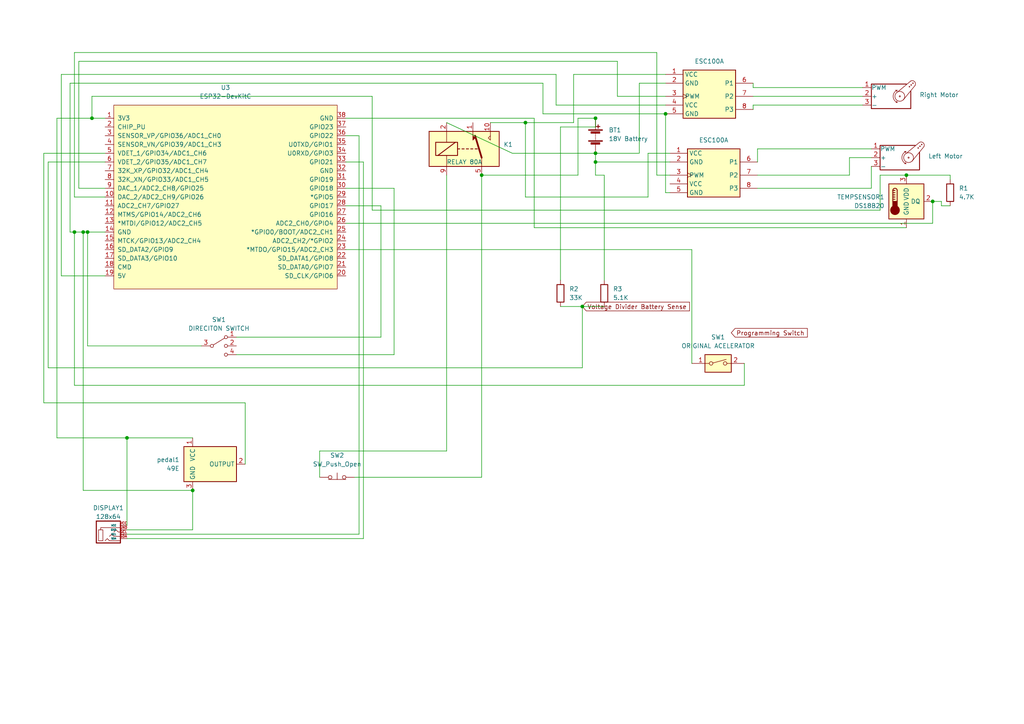
<source format=kicad_sch>
(kicad_sch (version 20211123) (generator eeschema)

  (uuid af832ef2-522c-4d16-b8f2-5a4c3b6acc25)

  (paper "A4")

  (lib_symbols
    (symbol "Device:Battery" (pin_numbers hide) (pin_names (offset 0) hide) (in_bom yes) (on_board yes)
      (property "Reference" "BT" (id 0) (at 2.54 2.54 0)
        (effects (font (size 1.27 1.27)) (justify left))
      )
      (property "Value" "Battery" (id 1) (at 2.54 0 0)
        (effects (font (size 1.27 1.27)) (justify left))
      )
      (property "Footprint" "" (id 2) (at 0 1.524 90)
        (effects (font (size 1.27 1.27)) hide)
      )
      (property "Datasheet" "~" (id 3) (at 0 1.524 90)
        (effects (font (size 1.27 1.27)) hide)
      )
      (property "ki_keywords" "batt voltage-source cell" (id 4) (at 0 0 0)
        (effects (font (size 1.27 1.27)) hide)
      )
      (property "ki_description" "Multiple-cell battery" (id 5) (at 0 0 0)
        (effects (font (size 1.27 1.27)) hide)
      )
      (symbol "Battery_0_1"
        (rectangle (start -2.032 -1.397) (end 2.032 -1.651)
          (stroke (width 0) (type default) (color 0 0 0 0))
          (fill (type outline))
        )
        (rectangle (start -2.032 1.778) (end 2.032 1.524)
          (stroke (width 0) (type default) (color 0 0 0 0))
          (fill (type outline))
        )
        (rectangle (start -1.3208 -1.9812) (end 1.27 -2.4892)
          (stroke (width 0) (type default) (color 0 0 0 0))
          (fill (type outline))
        )
        (rectangle (start -1.3208 1.1938) (end 1.27 0.6858)
          (stroke (width 0) (type default) (color 0 0 0 0))
          (fill (type outline))
        )
        (polyline
          (pts
            (xy 0 -1.524)
            (xy 0 -1.27)
          )
          (stroke (width 0) (type default) (color 0 0 0 0))
          (fill (type none))
        )
        (polyline
          (pts
            (xy 0 -1.016)
            (xy 0 -0.762)
          )
          (stroke (width 0) (type default) (color 0 0 0 0))
          (fill (type none))
        )
        (polyline
          (pts
            (xy 0 -0.508)
            (xy 0 -0.254)
          )
          (stroke (width 0) (type default) (color 0 0 0 0))
          (fill (type none))
        )
        (polyline
          (pts
            (xy 0 0)
            (xy 0 0.254)
          )
          (stroke (width 0) (type default) (color 0 0 0 0))
          (fill (type none))
        )
        (polyline
          (pts
            (xy 0 0.508)
            (xy 0 0.762)
          )
          (stroke (width 0) (type default) (color 0 0 0 0))
          (fill (type none))
        )
        (polyline
          (pts
            (xy 0 1.778)
            (xy 0 2.54)
          )
          (stroke (width 0) (type default) (color 0 0 0 0))
          (fill (type none))
        )
        (polyline
          (pts
            (xy 0.254 2.667)
            (xy 1.27 2.667)
          )
          (stroke (width 0.254) (type default) (color 0 0 0 0))
          (fill (type none))
        )
        (polyline
          (pts
            (xy 0.762 3.175)
            (xy 0.762 2.159)
          )
          (stroke (width 0.254) (type default) (color 0 0 0 0))
          (fill (type none))
        )
      )
      (symbol "Battery_1_1"
        (pin passive line (at 0 5.08 270) (length 2.54)
          (name "+" (effects (font (size 1.27 1.27))))
          (number "1" (effects (font (size 1.27 1.27))))
        )
        (pin passive line (at 0 -5.08 90) (length 2.54)
          (name "-" (effects (font (size 1.27 1.27))))
          (number "2" (effects (font (size 1.27 1.27))))
        )
      )
    )
    (symbol "Device:R" (pin_numbers hide) (pin_names (offset 0)) (in_bom yes) (on_board yes)
      (property "Reference" "R" (id 0) (at 2.032 0 90)
        (effects (font (size 1.27 1.27)))
      )
      (property "Value" "R" (id 1) (at 0 0 90)
        (effects (font (size 1.27 1.27)))
      )
      (property "Footprint" "" (id 2) (at -1.778 0 90)
        (effects (font (size 1.27 1.27)) hide)
      )
      (property "Datasheet" "~" (id 3) (at 0 0 0)
        (effects (font (size 1.27 1.27)) hide)
      )
      (property "ki_keywords" "R res resistor" (id 4) (at 0 0 0)
        (effects (font (size 1.27 1.27)) hide)
      )
      (property "ki_description" "Resistor" (id 5) (at 0 0 0)
        (effects (font (size 1.27 1.27)) hide)
      )
      (property "ki_fp_filters" "R_*" (id 6) (at 0 0 0)
        (effects (font (size 1.27 1.27)) hide)
      )
      (symbol "R_0_1"
        (rectangle (start -1.016 -2.54) (end 1.016 2.54)
          (stroke (width 0.254) (type default) (color 0 0 0 0))
          (fill (type none))
        )
      )
      (symbol "R_1_1"
        (pin passive line (at 0 3.81 270) (length 1.27)
          (name "~" (effects (font (size 1.27 1.27))))
          (number "1" (effects (font (size 1.27 1.27))))
        )
        (pin passive line (at 0 -3.81 90) (length 1.27)
          (name "~" (effects (font (size 1.27 1.27))))
          (number "2" (effects (font (size 1.27 1.27))))
        )
      )
    )
    (symbol "Expressif:ESP32-DevKitC" (pin_names (offset 1.016)) (in_bom yes) (on_board yes)
      (property "Reference" "U" (id 0) (at -8.89 26.67 0)
        (effects (font (size 1.27 1.27)))
      )
      (property "Value" "ESP32-DevKitC" (id 1) (at 0 -29.21 0)
        (effects (font (size 1.27 1.27)))
      )
      (property "Footprint" "Espressif:ESP32-DevKitC" (id 2) (at 0 -31.75 0)
        (effects (font (size 1.27 1.27)) hide)
      )
      (property "Datasheet" "https://docs.espressif.com/projects/esp-idf/zh_CN/latest/esp32/hw-reference/esp32/get-started-devkitc.html" (id 3) (at 3.81 -31.75 0)
        (effects (font (size 1.27 1.27)) hide)
      )
      (property "ki_keywords" "ESP32" (id 4) (at 0 0 0)
        (effects (font (size 1.27 1.27)) hide)
      )
      (property "ki_description" "Development Kit" (id 5) (at 0 0 0)
        (effects (font (size 1.27 1.27)) hide)
      )
      (symbol "ESP32-DevKitC_0_0"
        (pin power_in line (at -33.02 -11.43 0) (length 2.54)
          (name "GND" (effects (font (size 1.27 1.27))))
          (number "14" (effects (font (size 1.27 1.27))))
        )
        (pin power_in line (at -33.02 -24.13 0) (length 2.54)
          (name "5V" (effects (font (size 1.27 1.27))))
          (number "19" (effects (font (size 1.27 1.27))))
        )
      )
      (symbol "ESP32-DevKitC_0_1"
        (rectangle (start -30.48 25.4) (end 34.29 -27.94)
          (stroke (width 0) (type default) (color 0 0 0 0))
          (fill (type background))
        )
      )
      (symbol "ESP32-DevKitC_1_1"
        (pin power_in line (at -33.02 21.59 0) (length 2.54)
          (name "3V3" (effects (font (size 1.27 1.27))))
          (number "1" (effects (font (size 1.27 1.27))))
        )
        (pin bidirectional line (at -33.02 -1.27 0) (length 2.54)
          (name "DAC_2/ADC2_CH9/GPIO26" (effects (font (size 1.27 1.27))))
          (number "10" (effects (font (size 1.27 1.27))))
        )
        (pin bidirectional line (at -33.02 -3.81 0) (length 2.54)
          (name "ADC2_CH7/GPIO27" (effects (font (size 1.27 1.27))))
          (number "11" (effects (font (size 1.27 1.27))))
        )
        (pin bidirectional line (at -33.02 -6.35 0) (length 2.54)
          (name "MTMS/GPIO14/ADC2_CH6" (effects (font (size 1.27 1.27))))
          (number "12" (effects (font (size 1.27 1.27))))
        )
        (pin bidirectional line (at -33.02 -8.89 0) (length 2.54)
          (name "*MTDI/GPIO12/ADC2_CH5" (effects (font (size 1.27 1.27))))
          (number "13" (effects (font (size 1.27 1.27))))
        )
        (pin bidirectional line (at -33.02 -13.97 0) (length 2.54)
          (name "MTCK/GPIO13/ADC2_CH4" (effects (font (size 1.27 1.27))))
          (number "15" (effects (font (size 1.27 1.27))))
        )
        (pin bidirectional line (at -33.02 -16.51 0) (length 2.54)
          (name "SD_DATA2/GPIO9" (effects (font (size 1.27 1.27))))
          (number "16" (effects (font (size 1.27 1.27))))
        )
        (pin bidirectional line (at -33.02 -19.05 0) (length 2.54)
          (name "SD_DATA3/GPIO10" (effects (font (size 1.27 1.27))))
          (number "17" (effects (font (size 1.27 1.27))))
        )
        (pin bidirectional line (at -33.02 -21.59 0) (length 2.54)
          (name "CMD" (effects (font (size 1.27 1.27))))
          (number "18" (effects (font (size 1.27 1.27))))
        )
        (pin input line (at -33.02 19.05 0) (length 2.54)
          (name "CHIP_PU" (effects (font (size 1.27 1.27))))
          (number "2" (effects (font (size 1.27 1.27))))
        )
        (pin bidirectional line (at 36.83 -24.13 180) (length 2.54)
          (name "SD_CLK/GPIO6" (effects (font (size 1.27 1.27))))
          (number "20" (effects (font (size 1.27 1.27))))
        )
        (pin bidirectional line (at 36.83 -21.59 180) (length 2.54)
          (name "SD_DATA0/GPIO7" (effects (font (size 1.27 1.27))))
          (number "21" (effects (font (size 1.27 1.27))))
        )
        (pin bidirectional line (at 36.83 -19.05 180) (length 2.54)
          (name "SD_DATA1/GPIO8" (effects (font (size 1.27 1.27))))
          (number "22" (effects (font (size 1.27 1.27))))
        )
        (pin bidirectional line (at 36.83 -16.51 180) (length 2.54)
          (name "*MTDO/GPIO15/ADC2_CH3" (effects (font (size 1.27 1.27))))
          (number "23" (effects (font (size 1.27 1.27))))
        )
        (pin bidirectional line (at 36.83 -13.97 180) (length 2.54)
          (name "ADC2_CH2/*GPIO2" (effects (font (size 1.27 1.27))))
          (number "24" (effects (font (size 1.27 1.27))))
        )
        (pin bidirectional line (at 36.83 -11.43 180) (length 2.54)
          (name "*GPIO0/BOOT/ADC2_CH1" (effects (font (size 1.27 1.27))))
          (number "25" (effects (font (size 1.27 1.27))))
        )
        (pin bidirectional line (at 36.83 -8.89 180) (length 2.54)
          (name "ADC2_CH0/GPIO4" (effects (font (size 1.27 1.27))))
          (number "26" (effects (font (size 1.27 1.27))))
        )
        (pin bidirectional line (at 36.83 -6.35 180) (length 2.54)
          (name "GPIO16" (effects (font (size 1.27 1.27))))
          (number "27" (effects (font (size 1.27 1.27))))
        )
        (pin bidirectional line (at 36.83 -3.81 180) (length 2.54)
          (name "GPIO17" (effects (font (size 1.27 1.27))))
          (number "28" (effects (font (size 1.27 1.27))))
        )
        (pin bidirectional line (at 36.83 -1.27 180) (length 2.54)
          (name "*GPIO5" (effects (font (size 1.27 1.27))))
          (number "29" (effects (font (size 1.27 1.27))))
        )
        (pin input line (at -33.02 16.51 0) (length 2.54)
          (name "SENSOR_VP/GPIO36/ADC1_CH0" (effects (font (size 1.27 1.27))))
          (number "3" (effects (font (size 1.27 1.27))))
        )
        (pin bidirectional line (at 36.83 1.27 180) (length 2.54)
          (name "GPIO18" (effects (font (size 1.27 1.27))))
          (number "30" (effects (font (size 1.27 1.27))))
        )
        (pin bidirectional line (at 36.83 3.81 180) (length 2.54)
          (name "GPIO19" (effects (font (size 1.27 1.27))))
          (number "31" (effects (font (size 1.27 1.27))))
        )
        (pin power_in line (at 36.83 6.35 180) (length 2.54)
          (name "GND" (effects (font (size 1.27 1.27))))
          (number "32" (effects (font (size 1.27 1.27))))
        )
        (pin bidirectional line (at 36.83 8.89 180) (length 2.54)
          (name "GPIO21" (effects (font (size 1.27 1.27))))
          (number "33" (effects (font (size 1.27 1.27))))
        )
        (pin bidirectional line (at 36.83 11.43 180) (length 2.54)
          (name "U0RXD/GPIO3" (effects (font (size 1.27 1.27))))
          (number "34" (effects (font (size 1.27 1.27))))
        )
        (pin bidirectional line (at 36.83 13.97 180) (length 2.54)
          (name "U0TXD/GPIO1" (effects (font (size 1.27 1.27))))
          (number "35" (effects (font (size 1.27 1.27))))
        )
        (pin bidirectional line (at 36.83 16.51 180) (length 2.54)
          (name "GPIO22" (effects (font (size 1.27 1.27))))
          (number "36" (effects (font (size 1.27 1.27))))
        )
        (pin bidirectional line (at 36.83 19.05 180) (length 2.54)
          (name "GPIO23" (effects (font (size 1.27 1.27))))
          (number "37" (effects (font (size 1.27 1.27))))
        )
        (pin power_in line (at 36.83 21.59 180) (length 2.54)
          (name "GND" (effects (font (size 1.27 1.27))))
          (number "38" (effects (font (size 1.27 1.27))))
        )
        (pin input line (at -33.02 13.97 0) (length 2.54)
          (name "SENSOR_VN/GPIO39/ADC1_CH3" (effects (font (size 1.27 1.27))))
          (number "4" (effects (font (size 1.27 1.27))))
        )
        (pin input line (at -33.02 11.43 0) (length 2.54)
          (name "VDET_1/GPIO34/ADC1_CH6" (effects (font (size 1.27 1.27))))
          (number "5" (effects (font (size 1.27 1.27))))
        )
        (pin input line (at -33.02 8.89 0) (length 2.54)
          (name "VDET_2/GPIO35/ADC1_CH7" (effects (font (size 1.27 1.27))))
          (number "6" (effects (font (size 1.27 1.27))))
        )
        (pin bidirectional line (at -33.02 6.35 0) (length 2.54)
          (name "32K_XP/GPIO32/ADC1_CH4" (effects (font (size 1.27 1.27))))
          (number "7" (effects (font (size 1.27 1.27))))
        )
        (pin bidirectional line (at -33.02 3.81 0) (length 2.54)
          (name "32K_XN/GPIO33/ADC1_CH5" (effects (font (size 1.27 1.27))))
          (number "8" (effects (font (size 1.27 1.27))))
        )
        (pin bidirectional line (at -33.02 1.27 0) (length 2.54)
          (name "DAC_1/ADC2_CH8/GPIO25" (effects (font (size 1.27 1.27))))
          (number "9" (effects (font (size 1.27 1.27))))
        )
      )
    )
    (symbol "Motor:Motor_Servo" (pin_names (offset 0.0254)) (in_bom yes) (on_board yes)
      (property "Reference" "M" (id 0) (at -5.08 4.445 0)
        (effects (font (size 1.27 1.27)) (justify left))
      )
      (property "Value" "Motor_Servo" (id 1) (at -5.08 -4.064 0)
        (effects (font (size 1.27 1.27)) (justify left top))
      )
      (property "Footprint" "" (id 2) (at 0 -4.826 0)
        (effects (font (size 1.27 1.27)) hide)
      )
      (property "Datasheet" "http://forums.parallax.com/uploads/attachments/46831/74481.png" (id 3) (at 0 -4.826 0)
        (effects (font (size 1.27 1.27)) hide)
      )
      (property "ki_keywords" "Servo Motor" (id 4) (at 0 0 0)
        (effects (font (size 1.27 1.27)) hide)
      )
      (property "ki_description" "Servo Motor (Futaba, HiTec, JR connector)" (id 5) (at 0 0 0)
        (effects (font (size 1.27 1.27)) hide)
      )
      (property "ki_fp_filters" "PinHeader*P2.54mm*" (id 6) (at 0 0 0)
        (effects (font (size 1.27 1.27)) hide)
      )
      (symbol "Motor_Servo_0_1"
        (polyline
          (pts
            (xy 2.413 -1.778)
            (xy 2.032 -1.778)
          )
          (stroke (width 0) (type default) (color 0 0 0 0))
          (fill (type none))
        )
        (polyline
          (pts
            (xy 2.413 -1.778)
            (xy 2.286 -1.397)
          )
          (stroke (width 0) (type default) (color 0 0 0 0))
          (fill (type none))
        )
        (polyline
          (pts
            (xy 2.413 1.778)
            (xy 1.905 1.778)
          )
          (stroke (width 0) (type default) (color 0 0 0 0))
          (fill (type none))
        )
        (polyline
          (pts
            (xy 2.413 1.778)
            (xy 2.286 1.397)
          )
          (stroke (width 0) (type default) (color 0 0 0 0))
          (fill (type none))
        )
        (polyline
          (pts
            (xy 6.35 4.445)
            (xy 2.54 1.27)
          )
          (stroke (width 0) (type default) (color 0 0 0 0))
          (fill (type none))
        )
        (polyline
          (pts
            (xy 7.62 3.175)
            (xy 4.191 -1.016)
          )
          (stroke (width 0) (type default) (color 0 0 0 0))
          (fill (type none))
        )
        (polyline
          (pts
            (xy 5.08 3.556)
            (xy -5.08 3.556)
            (xy -5.08 -3.556)
            (xy 6.35 -3.556)
            (xy 6.35 1.524)
          )
          (stroke (width 0.254) (type default) (color 0 0 0 0))
          (fill (type none))
        )
        (arc (start 2.413 1.778) (mid 1.2406 0) (end 2.413 -1.778)
          (stroke (width 0) (type default) (color 0 0 0 0))
          (fill (type none))
        )
        (circle (center 3.175 0) (radius 0.1778)
          (stroke (width 0) (type default) (color 0 0 0 0))
          (fill (type none))
        )
        (circle (center 3.175 0) (radius 1.4224)
          (stroke (width 0) (type default) (color 0 0 0 0))
          (fill (type none))
        )
        (circle (center 5.969 2.794) (radius 0.127)
          (stroke (width 0) (type default) (color 0 0 0 0))
          (fill (type none))
        )
        (circle (center 6.477 3.302) (radius 0.127)
          (stroke (width 0) (type default) (color 0 0 0 0))
          (fill (type none))
        )
        (circle (center 6.985 3.81) (radius 0.127)
          (stroke (width 0) (type default) (color 0 0 0 0))
          (fill (type none))
        )
        (arc (start 7.62 3.175) (mid 7.4485 4.2735) (end 6.35 4.445)
          (stroke (width 0) (type default) (color 0 0 0 0))
          (fill (type none))
        )
      )
      (symbol "Motor_Servo_1_1"
        (pin passive line (at -7.62 2.54 0) (length 2.54)
          (name "PWM" (effects (font (size 1.27 1.27))))
          (number "1" (effects (font (size 1.27 1.27))))
        )
        (pin passive line (at -7.62 0 0) (length 2.54)
          (name "+" (effects (font (size 1.27 1.27))))
          (number "2" (effects (font (size 1.27 1.27))))
        )
        (pin passive line (at -7.62 -2.54 0) (length 2.54)
          (name "-" (effects (font (size 1.27 1.27))))
          (number "3" (effects (font (size 1.27 1.27))))
        )
      )
    )
    (symbol "Personal:ESC100A" (in_bom yes) (on_board yes)
      (property "Reference" "U" (id 0) (at 0 11.43 0)
        (effects (font (size 1.27 1.27)))
      )
      (property "Value" "ESC100A" (id 1) (at 0 -7.62 0)
        (effects (font (size 1.27 1.27)))
      )
      (property "Footprint" "" (id 2) (at 0 1.27 0)
        (effects (font (size 1.27 1.27)) hide)
      )
      (property "Datasheet" "ESC100A" (id 3) (at 0 15.24 0)
        (effects (font (size 1.27 1.27)) hide)
      )
      (property "ki_locked" "" (id 4) (at 0 0 0)
        (effects (font (size 1.27 1.27)))
      )
      (property "ki_keywords" "CMOS" (id 5) (at 0 0 0)
        (effects (font (size 1.27 1.27)) hide)
      )
      (property "ki_description" "Monostable" (id 6) (at 0 0 0)
        (effects (font (size 1.27 1.27)) hide)
      )
      (property "ki_fp_filters" "DIP?16*" (id 7) (at 0 0 0)
        (effects (font (size 1.27 1.27)) hide)
      )
      (symbol "ESC100A_1_0"
        (pin power_in line (at -12.7 8.89 0) (length 5.08)
          (name "VCC" (effects (font (size 1.27 1.27))))
          (number "1" (effects (font (size 1.27 1.27))))
        )
        (pin power_in line (at -12.7 6.35 0) (length 5.08)
          (name "GND" (effects (font (size 1.27 1.27))))
          (number "2" (effects (font (size 1.27 1.27))))
        )
        (pin input clock (at -12.7 2.54 0) (length 5.08)
          (name "PWM" (effects (font (size 1.27 1.27))))
          (number "3" (effects (font (size 1.27 1.27))))
        )
        (pin power_out line (at -12.7 0 0) (length 5.08)
          (name "VCC" (effects (font (size 1.27 1.27))))
          (number "4" (effects (font (size 1.27 1.27))))
        )
        (pin power_out line (at -12.7 -2.54 0) (length 5.08)
          (name "GND" (effects (font (size 1.27 1.27))))
          (number "5" (effects (font (size 1.27 1.27))))
        )
        (pin power_out line (at 12.7 6.35 180) (length 5.08)
          (name "P1" (effects (font (size 1.27 1.27))))
          (number "6" (effects (font (size 1.27 1.27))))
        )
        (pin power_out line (at 12.7 2.54 180) (length 5.08)
          (name "P2" (effects (font (size 1.27 1.27))))
          (number "7" (effects (font (size 1.27 1.27))))
        )
        (pin power_out line (at 12.7 -1.27 180) (length 5.08)
          (name "P3" (effects (font (size 1.27 1.27))))
          (number "8" (effects (font (size 1.27 1.27))))
        )
      )
      (symbol "ESC100A_1_1"
        (rectangle (start -7.62 10.16) (end 7.62 -3.81)
          (stroke (width 0.254) (type default) (color 0 0 0 0))
          (fill (type background))
        )
      )
      (symbol "ESC100A_2_0"
        (pin output line (at 12.7 2.54 180) (length 5.08)
          (name "Q" (effects (font (size 1.27 1.27))))
          (number "10" (effects (font (size 1.27 1.27))))
        )
        (pin input inverted_clock (at -12.7 -2.54 0) (length 5.08)
          (name "Clk-" (effects (font (size 1.27 1.27))))
          (number "11" (effects (font (size 1.27 1.27))))
        )
        (pin input clock (at -12.7 2.54 0) (length 5.08)
          (name "Clk+" (effects (font (size 1.27 1.27))))
          (number "12" (effects (font (size 1.27 1.27))))
        )
        (pin input inverted (at -12.7 -7.62 0) (length 5.08)
          (name "R" (effects (font (size 1.27 1.27))))
          (number "13" (effects (font (size 1.27 1.27))))
        )
        (pin input line (at 5.08 15.24 270) (length 5.08)
          (name "RxCx" (effects (font (size 1.27 1.27))))
          (number "14" (effects (font (size 1.27 1.27))))
        )
        (pin input line (at -5.08 15.24 270) (length 5.08)
          (name "Cx" (effects (font (size 1.27 1.27))))
          (number "15" (effects (font (size 1.27 1.27))))
        )
        (pin output line (at 12.7 -2.54 180) (length 5.08)
          (name "~{Q}" (effects (font (size 1.27 1.27))))
          (number "9" (effects (font (size 1.27 1.27))))
        )
      )
      (symbol "ESC100A_2_1"
        (rectangle (start -7.62 10.16) (end 7.62 -10.16)
          (stroke (width 0.254) (type default) (color 0 0 0 0))
          (fill (type background))
        )
      )
      (symbol "ESC100A_3_0"
        (pin power_in line (at 0 15.24 270) (length 5.08)
          (name "VDD" (effects (font (size 1.27 1.27))))
          (number "16" (effects (font (size 1.27 1.27))))
        )
        (pin power_in line (at 0 -15.24 90) (length 5.08)
          (name "VSS" (effects (font (size 1.27 1.27))))
          (number "8" (effects (font (size 1.27 1.27))))
        )
      )
      (symbol "ESC100A_3_1"
        (rectangle (start -7.62 10.16) (end 7.62 -10.16)
          (stroke (width 0.254) (type default) (color 0 0 0 0))
          (fill (type background))
        )
      )
    )
    (symbol "Personal:MJ-4PP-9" (pin_names (offset 1.016)) (in_bom yes) (on_board yes)
      (property "Reference" "DISPLAY" (id 0) (at -0.3175 7.62 0)
        (effects (font (size 1.27 1.27)))
      )
      (property "Value" "128x64" (id 1) (at -0.3175 5.08 0)
        (effects (font (size 1.27 1.27)))
      )
      (property "Footprint" "" (id 2) (at 6.985 4.445 0)
        (effects (font (size 1.27 1.27)) hide)
      )
      (property "Datasheet" "" (id 3) (at 6.985 4.445 0)
        (effects (font (size 1.27 1.27)) hide)
      )
      (symbol "MJ-4PP-9_0_1"
        (rectangle (start -3.81 3.81) (end 3.175 -2.54)
          (stroke (width 0.3048) (type default) (color 0 0 0 0))
          (fill (type none))
        )
        (rectangle (start -1.905 -1.905) (end -3.175 1.27)
          (stroke (width 0) (type default) (color 0 0 0 0))
          (fill (type none))
        )
        (polyline
          (pts
            (xy -2.54 1.27)
            (xy -2.54 1.905)
            (xy 3.175 1.905)
          )
          (stroke (width 0) (type default) (color 0 0 0 0))
          (fill (type none))
        )
        (polyline
          (pts
            (xy -1.27 -1.905)
            (xy -0.635 -1.27)
            (xy 0 -1.905)
            (xy 3.175 -1.905)
          )
          (stroke (width 0) (type default) (color 0 0 0 0))
          (fill (type none))
        )
        (polyline
          (pts
            (xy 0 -0.635)
            (xy 0.635 0)
            (xy 1.27 -0.635)
            (xy 3.175 -0.635)
          )
          (stroke (width 0) (type default) (color 0 0 0 0))
          (fill (type none))
        )
        (polyline
          (pts
            (xy 1.27 0.635)
            (xy 1.905 1.27)
            (xy 2.54 0.635)
            (xy 3.175 0.635)
          )
          (stroke (width 0) (type default) (color 0 0 0 0))
          (fill (type none))
        )
      )
      (symbol "MJ-4PP-9_1_1"
        (pin power_in line (at 5.08 1.27 180) (length 2.0066)
          (name "GND" (effects (font (size 0.508 0.508))))
          (number "GND" (effects (font (size 0.7112 0.7112))))
        )
        (pin input line (at 5.08 0 180) (length 2.0066)
          (name "SCL" (effects (font (size 0.508 0.508))))
          (number "SCL" (effects (font (size 0.7112 0.7112))))
        )
        (pin input line (at 5.08 -1.27 180) (length 2.0066)
          (name "SDA" (effects (font (size 0.508 0.508))))
          (number "SDA" (effects (font (size 0.7112 0.7112))))
        )
        (pin power_in line (at 5.08 2.54 180) (length 2.0066)
          (name "VCC" (effects (font (size 0.508 0.508))))
          (number "VCC" (effects (font (size 0.7112 0.7112))))
        )
      )
    )
    (symbol "Relay:G5V-1" (in_bom yes) (on_board yes)
      (property "Reference" "K" (id 0) (at 11.43 3.81 0)
        (effects (font (size 1.27 1.27)) (justify left))
      )
      (property "Value" "G5V-1" (id 1) (at 11.43 1.27 0)
        (effects (font (size 1.27 1.27)) (justify left))
      )
      (property "Footprint" "Relay_THT:Relay_SPDT_Omron_G5V-1" (id 2) (at 28.702 -0.762 0)
        (effects (font (size 1.27 1.27)) hide)
      )
      (property "Datasheet" "http://omronfs.omron.com/en_US/ecb/products/pdf/en-g5v_1.pdf" (id 3) (at 0 0 0)
        (effects (font (size 1.27 1.27)) hide)
      )
      (property "ki_keywords" "Single Pole Relay SPDT" (id 4) (at 0 0 0)
        (effects (font (size 1.27 1.27)) hide)
      )
      (property "ki_description" "Ultra-miniature, Highly Sensitive SPDT Relay for Signal Circuits" (id 5) (at 0 0 0)
        (effects (font (size 1.27 1.27)) hide)
      )
      (property "ki_fp_filters" "Relay*SPDT*Omron*G5V?1*" (id 6) (at 0 0 0)
        (effects (font (size 1.27 1.27)) hide)
      )
      (symbol "G5V-1_0_0"
        (polyline
          (pts
            (xy 7.62 5.08)
            (xy 7.62 2.54)
            (xy 6.985 3.175)
            (xy 7.62 3.81)
          )
          (stroke (width 0) (type default) (color 0 0 0 0))
          (fill (type none))
        )
      )
      (symbol "G5V-1_0_1"
        (rectangle (start -10.16 5.08) (end 10.16 -5.08)
          (stroke (width 0.254) (type default) (color 0 0 0 0))
          (fill (type background))
        )
        (rectangle (start -8.255 1.905) (end -1.905 -1.905)
          (stroke (width 0.254) (type default) (color 0 0 0 0))
          (fill (type none))
        )
        (polyline
          (pts
            (xy -7.62 -1.905)
            (xy -2.54 1.905)
          )
          (stroke (width 0.254) (type default) (color 0 0 0 0))
          (fill (type none))
        )
        (polyline
          (pts
            (xy -5.08 -5.08)
            (xy -5.08 -1.905)
          )
          (stroke (width 0) (type default) (color 0 0 0 0))
          (fill (type none))
        )
        (polyline
          (pts
            (xy -5.08 5.08)
            (xy -5.08 1.905)
          )
          (stroke (width 0) (type default) (color 0 0 0 0))
          (fill (type none))
        )
        (polyline
          (pts
            (xy -1.905 0)
            (xy -1.27 0)
          )
          (stroke (width 0.254) (type default) (color 0 0 0 0))
          (fill (type none))
        )
        (polyline
          (pts
            (xy -0.635 0)
            (xy 0 0)
          )
          (stroke (width 0.254) (type default) (color 0 0 0 0))
          (fill (type none))
        )
        (polyline
          (pts
            (xy 0.635 0)
            (xy 1.27 0)
          )
          (stroke (width 0.254) (type default) (color 0 0 0 0))
          (fill (type none))
        )
        (polyline
          (pts
            (xy 1.905 0)
            (xy 2.54 0)
          )
          (stroke (width 0.254) (type default) (color 0 0 0 0))
          (fill (type none))
        )
        (polyline
          (pts
            (xy 3.175 0)
            (xy 3.81 0)
          )
          (stroke (width 0.254) (type default) (color 0 0 0 0))
          (fill (type none))
        )
        (polyline
          (pts
            (xy 5.08 -2.54)
            (xy 3.175 3.81)
          )
          (stroke (width 0.508) (type default) (color 0 0 0 0))
          (fill (type none))
        )
        (polyline
          (pts
            (xy 5.08 -2.54)
            (xy 5.08 -5.08)
          )
          (stroke (width 0) (type default) (color 0 0 0 0))
          (fill (type none))
        )
        (polyline
          (pts
            (xy 2.54 5.08)
            (xy 2.54 2.54)
            (xy 3.175 3.175)
            (xy 2.54 3.81)
          )
          (stroke (width 0) (type default) (color 0 0 0 0))
          (fill (type outline))
        )
      )
      (symbol "G5V-1_1_1"
        (pin passive line (at 2.54 7.62 270) (length 2.54)
          (name "~" (effects (font (size 1.27 1.27))))
          (number "1" (effects (font (size 1.27 1.27))))
        )
        (pin passive line (at 7.62 7.62 270) (length 2.54)
          (name "~" (effects (font (size 1.27 1.27))))
          (number "10" (effects (font (size 1.27 1.27))))
        )
        (pin passive line (at -5.08 7.62 270) (length 2.54)
          (name "~" (effects (font (size 1.27 1.27))))
          (number "2" (effects (font (size 1.27 1.27))))
        )
        (pin passive line (at 5.08 -7.62 90) (length 2.54)
          (name "~" (effects (font (size 1.27 1.27))))
          (number "5" (effects (font (size 1.27 1.27))))
        )
        (pin passive line (at 5.08 -7.62 90) (length 2.54) hide
          (name "~" (effects (font (size 1.27 1.27))))
          (number "6" (effects (font (size 1.27 1.27))))
        )
        (pin passive line (at -5.08 -7.62 90) (length 2.54)
          (name "~" (effects (font (size 1.27 1.27))))
          (number "9" (effects (font (size 1.27 1.27))))
        )
      )
    )
    (symbol "Sensor_Magnetic:SM351LT" (in_bom yes) (on_board yes)
      (property "Reference" "U" (id 0) (at 5.08 8.89 0)
        (effects (font (size 1.27 1.27)))
      )
      (property "Value" "SM351LT" (id 1) (at 2.54 6.35 0)
        (effects (font (size 1.27 1.27)))
      )
      (property "Footprint" "Package_TO_SOT_SMD:SOT-23" (id 2) (at -1.27 0 0)
        (effects (font (size 1.27 1.27)) hide)
      )
      (property "Datasheet" "https://sensing.honeywell.com/honeywell-sensing-nanopower-series-product-sheet-50095501-a-en.pdf" (id 3) (at -1.27 0 0)
        (effects (font (size 1.27 1.27)) hide)
      )
      (property "ki_keywords" "Hall Effect Switch Sensor" (id 4) (at 0 0 0)
        (effects (font (size 1.27 1.27)) hide)
      )
      (property "ki_description" "Hall Effect Switch, SOT-23" (id 5) (at 0 0 0)
        (effects (font (size 1.27 1.27)) hide)
      )
      (property "ki_fp_filters" "SOT?23*" (id 6) (at 0 0 0)
        (effects (font (size 1.27 1.27)) hide)
      )
      (symbol "SM351LT_0_1"
        (rectangle (start 7.62 5.08) (end -7.62 -5.08)
          (stroke (width 0.254) (type default) (color 0 0 0 0))
          (fill (type background))
        )
      )
      (symbol "SM351LT_1_1"
        (pin power_in line (at -5.08 7.62 270) (length 2.54)
          (name "VCC" (effects (font (size 1.27 1.27))))
          (number "1" (effects (font (size 1.27 1.27))))
        )
        (pin output line (at 10.16 0 180) (length 2.54)
          (name "OUTPUT" (effects (font (size 1.27 1.27))))
          (number "2" (effects (font (size 1.27 1.27))))
        )
        (pin power_in line (at -5.08 -7.62 90) (length 2.54)
          (name "GND" (effects (font (size 1.27 1.27))))
          (number "3" (effects (font (size 1.27 1.27))))
        )
      )
    )
    (symbol "Sensor_Temperature:DS18B20" (pin_names (offset 1.016)) (in_bom yes) (on_board yes)
      (property "Reference" "U" (id 0) (at -3.81 6.35 0)
        (effects (font (size 1.27 1.27)))
      )
      (property "Value" "DS18B20" (id 1) (at 6.35 6.35 0)
        (effects (font (size 1.27 1.27)))
      )
      (property "Footprint" "Package_TO_SOT_THT:TO-92_Inline" (id 2) (at -25.4 -6.35 0)
        (effects (font (size 1.27 1.27)) hide)
      )
      (property "Datasheet" "http://datasheets.maximintegrated.com/en/ds/DS18B20.pdf" (id 3) (at -3.81 6.35 0)
        (effects (font (size 1.27 1.27)) hide)
      )
      (property "ki_keywords" "OneWire 1Wire Dallas Maxim" (id 4) (at 0 0 0)
        (effects (font (size 1.27 1.27)) hide)
      )
      (property "ki_description" "Programmable Resolution 1-Wire Digital Thermometer TO-92" (id 5) (at 0 0 0)
        (effects (font (size 1.27 1.27)) hide)
      )
      (property "ki_fp_filters" "TO*92*" (id 6) (at 0 0 0)
        (effects (font (size 1.27 1.27)) hide)
      )
      (symbol "DS18B20_0_1"
        (rectangle (start -5.08 5.08) (end 5.08 -5.08)
          (stroke (width 0.254) (type default) (color 0 0 0 0))
          (fill (type background))
        )
        (circle (center -3.302 -2.54) (radius 1.27)
          (stroke (width 0.254) (type default) (color 0 0 0 0))
          (fill (type outline))
        )
        (rectangle (start -2.667 -1.905) (end -3.937 0)
          (stroke (width 0.254) (type default) (color 0 0 0 0))
          (fill (type outline))
        )
        (arc (start -2.667 3.175) (mid -3.302 3.81) (end -3.937 3.175)
          (stroke (width 0.254) (type default) (color 0 0 0 0))
          (fill (type none))
        )
        (polyline
          (pts
            (xy -3.937 0.635)
            (xy -3.302 0.635)
          )
          (stroke (width 0.254) (type default) (color 0 0 0 0))
          (fill (type none))
        )
        (polyline
          (pts
            (xy -3.937 1.27)
            (xy -3.302 1.27)
          )
          (stroke (width 0.254) (type default) (color 0 0 0 0))
          (fill (type none))
        )
        (polyline
          (pts
            (xy -3.937 1.905)
            (xy -3.302 1.905)
          )
          (stroke (width 0.254) (type default) (color 0 0 0 0))
          (fill (type none))
        )
        (polyline
          (pts
            (xy -3.937 2.54)
            (xy -3.302 2.54)
          )
          (stroke (width 0.254) (type default) (color 0 0 0 0))
          (fill (type none))
        )
        (polyline
          (pts
            (xy -3.937 3.175)
            (xy -3.937 0)
          )
          (stroke (width 0.254) (type default) (color 0 0 0 0))
          (fill (type none))
        )
        (polyline
          (pts
            (xy -3.937 3.175)
            (xy -3.302 3.175)
          )
          (stroke (width 0.254) (type default) (color 0 0 0 0))
          (fill (type none))
        )
        (polyline
          (pts
            (xy -2.667 3.175)
            (xy -2.667 0)
          )
          (stroke (width 0.254) (type default) (color 0 0 0 0))
          (fill (type none))
        )
      )
      (symbol "DS18B20_1_1"
        (pin power_in line (at 0 -7.62 90) (length 2.54)
          (name "GND" (effects (font (size 1.27 1.27))))
          (number "1" (effects (font (size 1.27 1.27))))
        )
        (pin bidirectional line (at 7.62 0 180) (length 2.54)
          (name "DQ" (effects (font (size 1.27 1.27))))
          (number "2" (effects (font (size 1.27 1.27))))
        )
        (pin power_in line (at 0 7.62 270) (length 2.54)
          (name "VDD" (effects (font (size 1.27 1.27))))
          (number "3" (effects (font (size 1.27 1.27))))
        )
      )
    )
    (symbol "Switch:SW_DIP_x01" (pin_names (offset 0) hide) (in_bom yes) (on_board yes)
      (property "Reference" "SW" (id 0) (at 0 3.81 0)
        (effects (font (size 1.27 1.27)))
      )
      (property "Value" "SW_DIP_x01" (id 1) (at 0 -3.81 0)
        (effects (font (size 1.27 1.27)))
      )
      (property "Footprint" "" (id 2) (at 0 0 0)
        (effects (font (size 1.27 1.27)) hide)
      )
      (property "Datasheet" "~" (id 3) (at 0 0 0)
        (effects (font (size 1.27 1.27)) hide)
      )
      (property "ki_keywords" "dip switch" (id 4) (at 0 0 0)
        (effects (font (size 1.27 1.27)) hide)
      )
      (property "ki_description" "1x DIP Switch, Single Pole Single Throw (SPST) switch, small symbol" (id 5) (at 0 0 0)
        (effects (font (size 1.27 1.27)) hide)
      )
      (property "ki_fp_filters" "SW?DIP?x1*" (id 6) (at 0 0 0)
        (effects (font (size 1.27 1.27)) hide)
      )
      (symbol "SW_DIP_x01_0_0"
        (circle (center -2.032 0) (radius 0.508)
          (stroke (width 0) (type default) (color 0 0 0 0))
          (fill (type none))
        )
        (polyline
          (pts
            (xy -1.524 0.127)
            (xy 2.3622 1.1684)
          )
          (stroke (width 0) (type default) (color 0 0 0 0))
          (fill (type none))
        )
        (circle (center 2.032 0) (radius 0.508)
          (stroke (width 0) (type default) (color 0 0 0 0))
          (fill (type none))
        )
      )
      (symbol "SW_DIP_x01_0_1"
        (rectangle (start -3.81 2.54) (end 3.81 -2.54)
          (stroke (width 0.254) (type default) (color 0 0 0 0))
          (fill (type background))
        )
      )
      (symbol "SW_DIP_x01_1_1"
        (pin passive line (at -7.62 0 0) (length 5.08)
          (name "~" (effects (font (size 1.27 1.27))))
          (number "1" (effects (font (size 1.27 1.27))))
        )
        (pin passive line (at 7.62 0 180) (length 5.08)
          (name "~" (effects (font (size 1.27 1.27))))
          (number "2" (effects (font (size 1.27 1.27))))
        )
      )
    )
    (symbol "Switch:SW_Push_Open" (pin_numbers hide) (pin_names (offset 1.016) hide) (in_bom yes) (on_board yes)
      (property "Reference" "SW" (id 0) (at 0 2.54 0)
        (effects (font (size 1.27 1.27)))
      )
      (property "Value" "SW_Push_Open" (id 1) (at 0 -1.905 0)
        (effects (font (size 1.27 1.27)))
      )
      (property "Footprint" "" (id 2) (at 0 5.08 0)
        (effects (font (size 1.27 1.27)) hide)
      )
      (property "Datasheet" "~" (id 3) (at 0 5.08 0)
        (effects (font (size 1.27 1.27)) hide)
      )
      (property "ki_keywords" "switch normally-closed pushbutton push-button" (id 4) (at 0 0 0)
        (effects (font (size 1.27 1.27)) hide)
      )
      (property "ki_description" "Push button switch, push-to-open, generic, two pins" (id 5) (at 0 0 0)
        (effects (font (size 1.27 1.27)) hide)
      )
      (symbol "SW_Push_Open_0_1"
        (circle (center -2.032 0) (radius 0.508)
          (stroke (width 0) (type default) (color 0 0 0 0))
          (fill (type none))
        )
        (polyline
          (pts
            (xy -2.54 -0.635)
            (xy 2.54 -0.635)
          )
          (stroke (width 0) (type default) (color 0 0 0 0))
          (fill (type none))
        )
        (polyline
          (pts
            (xy 0 -0.635)
            (xy 0 1.27)
          )
          (stroke (width 0) (type default) (color 0 0 0 0))
          (fill (type none))
        )
        (circle (center 2.032 0) (radius 0.508)
          (stroke (width 0) (type default) (color 0 0 0 0))
          (fill (type none))
        )
        (pin passive line (at -5.08 0 0) (length 2.54)
          (name "A" (effects (font (size 1.27 1.27))))
          (number "1" (effects (font (size 1.27 1.27))))
        )
      )
      (symbol "SW_Push_Open_1_1"
        (pin passive line (at 5.08 0 180) (length 2.54)
          (name "B" (effects (font (size 1.27 1.27))))
          (number "2" (effects (font (size 1.27 1.27))))
        )
      )
    )
    (symbol "Switch:SW_SP3T" (pin_names (offset 0) hide) (in_bom yes) (on_board yes)
      (property "Reference" "SW" (id 0) (at 0 5.08 0)
        (effects (font (size 1.27 1.27)))
      )
      (property "Value" "SW_SP3T" (id 1) (at 0 -5.08 0)
        (effects (font (size 1.27 1.27)))
      )
      (property "Footprint" "" (id 2) (at -15.875 4.445 0)
        (effects (font (size 1.27 1.27)) hide)
      )
      (property "Datasheet" "~" (id 3) (at -15.875 4.445 0)
        (effects (font (size 1.27 1.27)) hide)
      )
      (property "ki_keywords" "switch sp3t ON-ON-ON" (id 4) (at 0 0 0)
        (effects (font (size 1.27 1.27)) hide)
      )
      (property "ki_description" "Switch, three position, single pole triple throw, 3 position switch, SP3T" (id 5) (at 0 0 0)
        (effects (font (size 1.27 1.27)) hide)
      )
      (property "ki_fp_filters" "SW* SP3T*" (id 6) (at 0 0 0)
        (effects (font (size 1.27 1.27)) hide)
      )
      (symbol "SW_SP3T_0_1"
        (circle (center -2.032 0) (radius 0.4572)
          (stroke (width 0) (type default) (color 0 0 0 0))
          (fill (type none))
        )
        (polyline
          (pts
            (xy -1.651 0.254)
            (xy 1.651 2.286)
          )
          (stroke (width 0) (type default) (color 0 0 0 0))
          (fill (type none))
        )
        (circle (center 2.032 -2.54) (radius 0.4572)
          (stroke (width 0) (type default) (color 0 0 0 0))
          (fill (type none))
        )
        (circle (center 2.032 0) (radius 0.4572)
          (stroke (width 0) (type default) (color 0 0 0 0))
          (fill (type none))
        )
        (circle (center 2.032 2.54) (radius 0.4572)
          (stroke (width 0) (type default) (color 0 0 0 0))
          (fill (type none))
        )
      )
      (symbol "SW_SP3T_1_1"
        (pin passive line (at 5.08 2.54 180) (length 2.54)
          (name "1" (effects (font (size 1.27 1.27))))
          (number "1" (effects (font (size 1.27 1.27))))
        )
        (pin passive line (at 5.08 0 180) (length 2.54)
          (name "2" (effects (font (size 1.27 1.27))))
          (number "2" (effects (font (size 1.27 1.27))))
        )
        (pin passive line (at -5.08 0 0) (length 2.54)
          (name "3" (effects (font (size 1.27 1.27))))
          (number "3" (effects (font (size 1.27 1.27))))
        )
        (pin passive line (at 5.08 -2.54 180) (length 2.54)
          (name "4" (effects (font (size 1.27 1.27))))
          (number "4" (effects (font (size 1.27 1.27))))
        )
      )
    )
  )

  (junction (at 168.91 88.9) (diameter 0) (color 0 0 0 0)
    (uuid 069ca9e9-0c76-483a-850d-60007e85e9d3)
  )
  (junction (at 152.4 35.56) (diameter 0) (color 0 0 0 0)
    (uuid 08055ac7-f62c-411b-a376-140acf8cbd15)
  )
  (junction (at 172.72 44.45) (diameter 0) (color 0 0 0 0)
    (uuid 1145b5f8-11f5-449c-ad0b-47ae9ef5030f)
  )
  (junction (at 26.67 34.29) (diameter 0) (color 0 0 0 0)
    (uuid 2b7d3a07-3cfd-4c62-93d0-6151a446db65)
  )
  (junction (at 25.4 67.31) (diameter 0) (color 0 0 0 0)
    (uuid 2b9e2147-ab64-420f-aacc-1cd2ded85619)
  )
  (junction (at 193.04 33.02) (diameter 0) (color 0 0 0 0)
    (uuid 338c25d7-de74-4b05-b310-18917603cd73)
  )
  (junction (at 270.51 58.42) (diameter 0) (color 0 0 0 0)
    (uuid 52138bb7-f0cc-468f-8974-c6f79fedf51f)
  )
  (junction (at 36.83 127) (diameter 0) (color 0 0 0 0)
    (uuid 607519d6-1df8-42b9-9b44-886164f79baa)
  )
  (junction (at 139.7 50.8) (diameter 0) (color 0 0 0 0)
    (uuid 874c95b3-dc6b-46e6-bd07-83ddebc0f738)
  )
  (junction (at 55.88 142.24) (diameter 0) (color 0 0 0 0)
    (uuid a490915d-12ee-4ffe-b38c-712895b19047)
  )
  (junction (at 21.59 67.31) (diameter 0) (color 0 0 0 0)
    (uuid a96aa5d2-6ab8-4a59-b63a-064f9f972f07)
  )
  (junction (at 172.72 46.99) (diameter 0) (color 0 0 0 0)
    (uuid b8c7a6fc-0eaa-4678-b79c-d429676cdad4)
  )
  (junction (at 262.89 50.8) (diameter 0) (color 0 0 0 0)
    (uuid b9037c38-bc90-448c-ac6b-2bd3bce34e9f)
  )
  (junction (at 24.13 67.31) (diameter 0) (color 0 0 0 0)
    (uuid bae6e382-f63e-4664-bd19-15a17c9f39f5)
  )
  (junction (at 172.72 34.29) (diameter 0) (color 0 0 0 0)
    (uuid e1d009ec-1681-4557-9625-88b5d88de476)
  )

  (wire (pts (xy 193.04 55.88) (xy 193.04 33.02))
    (stroke (width 0) (type default) (color 0 0 0 0))
    (uuid 042ba680-f360-4395-bd1c-b34d3b73969e)
  )
  (wire (pts (xy 114.3 54.61) (xy 100.33 54.61))
    (stroke (width 0) (type default) (color 0 0 0 0))
    (uuid 062d0181-7ac0-4d2d-93f0-be332056c728)
  )
  (wire (pts (xy 105.41 46.99) (xy 100.33 46.99))
    (stroke (width 0) (type default) (color 0 0 0 0))
    (uuid 0919637f-96c8-440b-a6a6-683c7c1bff5b)
  )
  (wire (pts (xy 129.54 130.81) (xy 129.54 50.8))
    (stroke (width 0) (type default) (color 0 0 0 0))
    (uuid 0a4b5e50-f7db-4c22-ae16-9b09bbc0643c)
  )
  (wire (pts (xy 252.73 43.18) (xy 219.71 43.18))
    (stroke (width 0) (type default) (color 0 0 0 0))
    (uuid 0b264fa4-2c20-4940-9fc5-1e69af9b55f8)
  )
  (wire (pts (xy 105.41 156.21) (xy 105.41 46.99))
    (stroke (width 0) (type default) (color 0 0 0 0))
    (uuid 0bcbe426-70fe-43d3-8a97-bacbd42a9aac)
  )
  (wire (pts (xy 102.87 138.43) (xy 139.7 138.43))
    (stroke (width 0) (type default) (color 0 0 0 0))
    (uuid 0e0f3a67-73ad-4296-bbfb-249aa4139900)
  )
  (wire (pts (xy 162.56 36.83) (xy 172.72 36.83))
    (stroke (width 0) (type default) (color 0 0 0 0))
    (uuid 10858efb-fb6a-4daa-a155-fe3f2c1ff73b)
  )
  (wire (pts (xy 215.9 111.76) (xy 21.59 111.76))
    (stroke (width 0) (type default) (color 0 0 0 0))
    (uuid 11500d84-083e-4d6a-b150-c05fec59e5f8)
  )
  (wire (pts (xy 36.83 153.67) (xy 55.88 153.67))
    (stroke (width 0) (type default) (color 0 0 0 0))
    (uuid 177b8ff6-6a62-468f-8f1f-ae8ca3a05643)
  )
  (wire (pts (xy 20.32 24.13) (xy 20.32 67.31))
    (stroke (width 0) (type default) (color 0 0 0 0))
    (uuid 1a777a14-0a78-4644-b094-8489f93aec5f)
  )
  (wire (pts (xy 100.33 39.37) (xy 104.14 39.37))
    (stroke (width 0) (type default) (color 0 0 0 0))
    (uuid 1a8bcb84-6a5e-4fa5-9e67-28cfdb6504fc)
  )
  (wire (pts (xy 110.49 59.69) (xy 110.49 97.79))
    (stroke (width 0) (type default) (color 0 0 0 0))
    (uuid 1c1352a6-8e1c-40cf-b71b-cebcdb06a8de)
  )
  (wire (pts (xy 194.31 46.99) (xy 172.72 46.99))
    (stroke (width 0) (type default) (color 0 0 0 0))
    (uuid 1ebfdc0f-b7a5-4acc-8aee-483c6952b2c5)
  )
  (wire (pts (xy 55.88 142.24) (xy 24.13 142.24))
    (stroke (width 0) (type default) (color 0 0 0 0))
    (uuid 1f05f4d7-52ad-4811-9db4-d3f49846f433)
  )
  (wire (pts (xy 166.37 21.59) (xy 193.04 21.59))
    (stroke (width 0) (type default) (color 0 0 0 0))
    (uuid 1ff669a3-ce71-4354-80e7-db71a112d14d)
  )
  (wire (pts (xy 157.48 33.02) (xy 193.04 33.02))
    (stroke (width 0) (type default) (color 0 0 0 0))
    (uuid 20885142-0f06-4ca5-8aca-a378ab014d21)
  )
  (wire (pts (xy 30.48 46.99) (xy 13.97 46.99))
    (stroke (width 0) (type default) (color 0 0 0 0))
    (uuid 214d1d34-f88d-4f8f-a6e0-35ac836cb679)
  )
  (wire (pts (xy 187.96 44.45) (xy 194.31 44.45))
    (stroke (width 0) (type default) (color 0 0 0 0))
    (uuid 244676a2-6621-4cec-a15c-8e7c49d73546)
  )
  (wire (pts (xy 162.56 81.28) (xy 162.56 36.83))
    (stroke (width 0) (type default) (color 0 0 0 0))
    (uuid 249c540c-47e3-4f24-8518-4f7cd88f7e59)
  )
  (wire (pts (xy 22.86 17.78) (xy 22.86 54.61))
    (stroke (width 0) (type default) (color 0 0 0 0))
    (uuid 28608cf8-8dd0-4978-8497-b6e9521d2489)
  )
  (wire (pts (xy 21.59 15.24) (xy 190.5 15.24))
    (stroke (width 0) (type default) (color 0 0 0 0))
    (uuid 289cfd5c-8d74-4435-98ff-795d6eb75253)
  )
  (wire (pts (xy 172.72 44.45) (xy 185.42 44.45))
    (stroke (width 0) (type default) (color 0 0 0 0))
    (uuid 2ead9d3f-9f66-49d9-9f48-c10f4ddc90e7)
  )
  (wire (pts (xy 185.42 44.45) (xy 185.42 24.13))
    (stroke (width 0) (type default) (color 0 0 0 0))
    (uuid 2fd9da80-0b33-40b7-b589-9d32e659700c)
  )
  (wire (pts (xy 24.13 67.31) (xy 25.4 67.31))
    (stroke (width 0) (type default) (color 0 0 0 0))
    (uuid 3379644e-155f-4713-af37-4700de4d34c9)
  )
  (wire (pts (xy 154.94 34.29) (xy 154.94 66.04))
    (stroke (width 0) (type default) (color 0 0 0 0))
    (uuid 34c21e77-6aed-41ef-89d9-26aed8d088a1)
  )
  (wire (pts (xy 16.51 127) (xy 36.83 127))
    (stroke (width 0) (type default) (color 0 0 0 0))
    (uuid 3b4e464a-d9ee-49df-9636-80670f01a734)
  )
  (wire (pts (xy 152.4 35.56) (xy 152.4 57.15))
    (stroke (width 0) (type default) (color 0 0 0 0))
    (uuid 3e5c6755-b1b9-4d73-bff4-494cd62c0d29)
  )
  (wire (pts (xy 190.5 50.8) (xy 194.31 50.8))
    (stroke (width 0) (type default) (color 0 0 0 0))
    (uuid 404e62e8-0ac5-4284-95c9-ef05541be173)
  )
  (wire (pts (xy 22.86 17.78) (xy 179.07 17.78))
    (stroke (width 0) (type default) (color 0 0 0 0))
    (uuid 422f2ce5-402a-40fa-b0e8-c6ebdf935256)
  )
  (wire (pts (xy 26.67 34.29) (xy 30.48 34.29))
    (stroke (width 0) (type default) (color 0 0 0 0))
    (uuid 4450452d-b349-42ba-9681-8823ed88d0b2)
  )
  (wire (pts (xy 219.71 43.18) (xy 219.71 46.99))
    (stroke (width 0) (type default) (color 0 0 0 0))
    (uuid 46ebdd01-e540-4cc8-8aee-3cbc53d470aa)
  )
  (wire (pts (xy 187.96 57.15) (xy 187.96 44.45))
    (stroke (width 0) (type default) (color 0 0 0 0))
    (uuid 47146f30-bf65-4624-aeb6-fe0d5b9316cf)
  )
  (wire (pts (xy 25.4 100.33) (xy 58.42 100.33))
    (stroke (width 0) (type default) (color 0 0 0 0))
    (uuid 48deb49c-aa83-405e-ad16-203c313fcf91)
  )
  (wire (pts (xy 17.78 21.59) (xy 161.29 21.59))
    (stroke (width 0) (type default) (color 0 0 0 0))
    (uuid 4c187911-7c63-40eb-bbe8-07e0b4c6e278)
  )
  (wire (pts (xy 21.59 15.24) (xy 21.59 57.15))
    (stroke (width 0) (type default) (color 0 0 0 0))
    (uuid 4f2d482c-9de6-48a4-ba6d-3dd36a8f7e84)
  )
  (wire (pts (xy 100.33 34.29) (xy 154.94 34.29))
    (stroke (width 0) (type default) (color 0 0 0 0))
    (uuid 511dc353-6807-47a0-8ff0-5ac4c4a3f8c3)
  )
  (wire (pts (xy 36.83 127) (xy 55.88 127))
    (stroke (width 0) (type default) (color 0 0 0 0))
    (uuid 5431ea3b-e14a-4411-b2fe-daee301e5bb2)
  )
  (wire (pts (xy 175.26 81.28) (xy 175.26 50.8))
    (stroke (width 0) (type default) (color 0 0 0 0))
    (uuid 54495931-a5f5-47e5-85be-ef2fe558f9b3)
  )
  (wire (pts (xy 273.05 59.69) (xy 273.05 58.42))
    (stroke (width 0) (type default) (color 0 0 0 0))
    (uuid 548b9c01-c409-4f7f-a536-9c878d61b6f7)
  )
  (wire (pts (xy 16.51 34.29) (xy 26.67 34.29))
    (stroke (width 0) (type default) (color 0 0 0 0))
    (uuid 551c919b-1677-40ef-80bd-00243e541b08)
  )
  (wire (pts (xy 179.07 17.78) (xy 179.07 27.94))
    (stroke (width 0) (type default) (color 0 0 0 0))
    (uuid 57b871c4-33fd-48a4-9df1-8eb86bf5af18)
  )
  (wire (pts (xy 139.7 50.8) (xy 167.64 50.8))
    (stroke (width 0) (type default) (color 0 0 0 0))
    (uuid 59a28043-61d1-4c82-b315-36149cd519ea)
  )
  (wire (pts (xy 219.71 50.8) (xy 246.38 50.8))
    (stroke (width 0) (type default) (color 0 0 0 0))
    (uuid 5bdd9acc-82be-4a5d-b030-7ba5ca868239)
  )
  (wire (pts (xy 107.95 27.94) (xy 26.67 27.94))
    (stroke (width 0) (type default) (color 0 0 0 0))
    (uuid 5cf4a2a7-d664-4067-a9a0-a2686c27a550)
  )
  (wire (pts (xy 152.4 57.15) (xy 187.96 57.15))
    (stroke (width 0) (type default) (color 0 0 0 0))
    (uuid 5e1466ca-c28f-45b9-806e-5fd2d6cfd01b)
  )
  (wire (pts (xy 218.44 27.94) (xy 250.19 27.94))
    (stroke (width 0) (type default) (color 0 0 0 0))
    (uuid 5f79f92d-df70-45ab-a745-8c5235991200)
  )
  (wire (pts (xy 168.91 88.9) (xy 162.56 88.9))
    (stroke (width 0) (type default) (color 0 0 0 0))
    (uuid 607c4f5c-0403-4a4b-b797-4d09c34aca71)
  )
  (wire (pts (xy 262.89 50.8) (xy 275.59 50.8))
    (stroke (width 0) (type default) (color 0 0 0 0))
    (uuid 6174d50f-30dc-4ae3-a477-ca2e7bbed74b)
  )
  (wire (pts (xy 168.91 88.9) (xy 175.26 88.9))
    (stroke (width 0) (type default) (color 0 0 0 0))
    (uuid 66467a27-1b72-4532-9122-1c295451d581)
  )
  (wire (pts (xy 17.78 21.59) (xy 17.78 80.01))
    (stroke (width 0) (type default) (color 0 0 0 0))
    (uuid 6780d780-33dd-4cb2-945c-2eb7cb744cbd)
  )
  (wire (pts (xy 100.33 59.69) (xy 110.49 59.69))
    (stroke (width 0) (type default) (color 0 0 0 0))
    (uuid 6cf70e85-4bf3-44f2-8711-c5e65f314bbf)
  )
  (wire (pts (xy 21.59 67.31) (xy 24.13 67.31))
    (stroke (width 0) (type default) (color 0 0 0 0))
    (uuid 6dc2695f-6674-4793-94ef-d4ddbee9f3a8)
  )
  (wire (pts (xy 200.66 72.39) (xy 200.66 105.41))
    (stroke (width 0) (type default) (color 0 0 0 0))
    (uuid 71bfae07-4dca-4990-b83e-f3e338101057)
  )
  (wire (pts (xy 161.29 21.59) (xy 161.29 30.48))
    (stroke (width 0) (type default) (color 0 0 0 0))
    (uuid 724e540e-6102-4313-aa09-05096dfe71b9)
  )
  (wire (pts (xy 270.51 64.77) (xy 270.51 58.42))
    (stroke (width 0) (type default) (color 0 0 0 0))
    (uuid 73ca853f-7759-4627-9d15-fa1a3a1baa80)
  )
  (wire (pts (xy 21.59 57.15) (xy 30.48 57.15))
    (stroke (width 0) (type default) (color 0 0 0 0))
    (uuid 7f86daca-3028-4ea3-aa24-7a186a6b6c12)
  )
  (wire (pts (xy 71.12 116.84) (xy 71.12 134.62))
    (stroke (width 0) (type default) (color 0 0 0 0))
    (uuid 811d1da6-5e88-4738-aac7-e1fca1de9a33)
  )
  (wire (pts (xy 104.14 39.37) (xy 104.14 154.94))
    (stroke (width 0) (type default) (color 0 0 0 0))
    (uuid 814c400d-a529-4076-bb4a-0f28d015f09d)
  )
  (wire (pts (xy 246.38 50.8) (xy 246.38 45.72))
    (stroke (width 0) (type default) (color 0 0 0 0))
    (uuid 8220ddda-047d-4265-b736-b9411da99a69)
  )
  (wire (pts (xy 179.07 27.94) (xy 193.04 27.94))
    (stroke (width 0) (type default) (color 0 0 0 0))
    (uuid 83664203-278e-4d56-bd40-6ecb2052d1c7)
  )
  (wire (pts (xy 104.14 154.94) (xy 36.83 154.94))
    (stroke (width 0) (type default) (color 0 0 0 0))
    (uuid 86b30cd7-5bfc-450e-b304-42cf8369b15d)
  )
  (wire (pts (xy 255.27 50.8) (xy 255.27 60.96))
    (stroke (width 0) (type default) (color 0 0 0 0))
    (uuid 8719a1ba-4545-4d67-b3ea-28e92f7f2591)
  )
  (wire (pts (xy 218.44 25.4) (xy 218.44 24.13))
    (stroke (width 0) (type default) (color 0 0 0 0))
    (uuid 88600841-4c58-49de-98fa-076f1cf381cb)
  )
  (wire (pts (xy 190.5 15.24) (xy 190.5 50.8))
    (stroke (width 0) (type default) (color 0 0 0 0))
    (uuid 89239c65-15a0-456e-9413-eb97283f80f7)
  )
  (wire (pts (xy 148.59 44.45) (xy 172.72 44.45))
    (stroke (width 0) (type default) (color 0 0 0 0))
    (uuid 89c0c909-337d-409a-9fa5-4dd2f4a9a166)
  )
  (wire (pts (xy 218.44 30.48) (xy 218.44 31.75))
    (stroke (width 0) (type default) (color 0 0 0 0))
    (uuid 8cdc4449-657f-41c1-884b-cdd06d0aa1f4)
  )
  (wire (pts (xy 219.71 54.61) (xy 252.73 54.61))
    (stroke (width 0) (type default) (color 0 0 0 0))
    (uuid 8e223959-e7fe-461f-a876-35b211705044)
  )
  (wire (pts (xy 250.19 30.48) (xy 218.44 30.48))
    (stroke (width 0) (type default) (color 0 0 0 0))
    (uuid 8ea84e94-78dd-4243-9787-6d8fbb237599)
  )
  (wire (pts (xy 55.88 153.67) (xy 55.88 142.24))
    (stroke (width 0) (type default) (color 0 0 0 0))
    (uuid 909309ae-7a21-4f20-844d-d361b499506f)
  )
  (wire (pts (xy 172.72 46.99) (xy 172.72 50.8))
    (stroke (width 0) (type default) (color 0 0 0 0))
    (uuid 9230781d-6746-4b8a-958b-5be5bd11be5f)
  )
  (wire (pts (xy 250.19 25.4) (xy 218.44 25.4))
    (stroke (width 0) (type default) (color 0 0 0 0))
    (uuid 92ad66a9-5ed2-4d3a-9fc7-cc46e760dbe8)
  )
  (wire (pts (xy 36.83 156.21) (xy 105.41 156.21))
    (stroke (width 0) (type default) (color 0 0 0 0))
    (uuid 93fbb1cf-a1cb-4f07-89d9-07dbb5fa81a5)
  )
  (wire (pts (xy 168.91 106.68) (xy 168.91 88.9))
    (stroke (width 0) (type default) (color 0 0 0 0))
    (uuid 97ed525a-f808-4954-a8f2-85f21b7e7171)
  )
  (wire (pts (xy 12.7 116.84) (xy 71.12 116.84))
    (stroke (width 0) (type default) (color 0 0 0 0))
    (uuid 9a458fe8-7cc2-456b-8f69-87c47c9d8671)
  )
  (wire (pts (xy 161.29 30.48) (xy 193.04 30.48))
    (stroke (width 0) (type default) (color 0 0 0 0))
    (uuid 9a782037-b79a-4a03-9126-860007200e59)
  )
  (wire (pts (xy 114.3 102.87) (xy 68.58 102.87))
    (stroke (width 0) (type default) (color 0 0 0 0))
    (uuid 9b9eab39-b594-44ad-b214-b50111b67345)
  )
  (wire (pts (xy 172.72 36.83) (xy 172.72 34.29))
    (stroke (width 0) (type default) (color 0 0 0 0))
    (uuid a0f91304-9536-465f-9529-e78b7eb1b613)
  )
  (wire (pts (xy 185.42 24.13) (xy 193.04 24.13))
    (stroke (width 0) (type default) (color 0 0 0 0))
    (uuid a15dc94f-b9f8-4fdf-b975-ed1d8f6df134)
  )
  (wire (pts (xy 167.64 34.29) (xy 172.72 34.29))
    (stroke (width 0) (type default) (color 0 0 0 0))
    (uuid a46784f5-4887-4e5b-b169-e05d2c8985ec)
  )
  (wire (pts (xy 262.89 50.8) (xy 255.27 50.8))
    (stroke (width 0) (type default) (color 0 0 0 0))
    (uuid a8060e56-b592-450c-b339-86f78f087f07)
  )
  (wire (pts (xy 36.83 152.4) (xy 36.83 127))
    (stroke (width 0) (type default) (color 0 0 0 0))
    (uuid ae0b653f-3791-4503-a7d3-90da17aa93c1)
  )
  (wire (pts (xy 20.32 67.31) (xy 21.59 67.31))
    (stroke (width 0) (type default) (color 0 0 0 0))
    (uuid af846c09-dccf-4168-b359-8eb18d16c6cf)
  )
  (wire (pts (xy 139.7 50.8) (xy 139.7 138.43))
    (stroke (width 0) (type default) (color 0 0 0 0))
    (uuid b0a34aa4-62e3-43e1-99ea-7c052031178b)
  )
  (wire (pts (xy 129.54 35.56) (xy 148.59 44.45))
    (stroke (width 0) (type default) (color 0 0 0 0))
    (uuid b3659820-f56a-451b-9d49-7cbc6411e97a)
  )
  (wire (pts (xy 275.59 59.69) (xy 273.05 59.69))
    (stroke (width 0) (type default) (color 0 0 0 0))
    (uuid b4b239d1-1332-4a05-81f4-f8d9c8801eb5)
  )
  (wire (pts (xy 92.71 138.43) (xy 92.71 130.81))
    (stroke (width 0) (type default) (color 0 0 0 0))
    (uuid b5616a14-4f35-42f2-918f-38631e2470f8)
  )
  (wire (pts (xy 255.27 60.96) (xy 107.95 60.96))
    (stroke (width 0) (type default) (color 0 0 0 0))
    (uuid b6df93b5-92d0-4958-a419-4899a436fa73)
  )
  (wire (pts (xy 100.33 72.39) (xy 200.66 72.39))
    (stroke (width 0) (type default) (color 0 0 0 0))
    (uuid b8bbd2ae-2378-480b-a84a-797d3385aec6)
  )
  (wire (pts (xy 100.33 64.77) (xy 270.51 64.77))
    (stroke (width 0) (type default) (color 0 0 0 0))
    (uuid bca20bb1-ecad-4df3-a611-a979f3fe5904)
  )
  (wire (pts (xy 215.9 105.41) (xy 215.9 111.76))
    (stroke (width 0) (type default) (color 0 0 0 0))
    (uuid bf7352af-dc34-4384-80b8-f32a98623645)
  )
  (wire (pts (xy 12.7 44.45) (xy 12.7 116.84))
    (stroke (width 0) (type default) (color 0 0 0 0))
    (uuid c1c4f5b1-df2d-49e2-b9b0-d098320b8897)
  )
  (wire (pts (xy 92.71 130.81) (xy 129.54 130.81))
    (stroke (width 0) (type default) (color 0 0 0 0))
    (uuid c4e31166-37f0-47bb-9857-007aa71c3af1)
  )
  (wire (pts (xy 26.67 27.94) (xy 26.67 34.29))
    (stroke (width 0) (type default) (color 0 0 0 0))
    (uuid c50591b3-8721-4d71-b1b7-e32823431e7d)
  )
  (wire (pts (xy 166.37 35.56) (xy 166.37 21.59))
    (stroke (width 0) (type default) (color 0 0 0 0))
    (uuid c55a7362-e823-40a4-8454-6066e8683087)
  )
  (wire (pts (xy 114.3 54.61) (xy 114.3 102.87))
    (stroke (width 0) (type default) (color 0 0 0 0))
    (uuid c5ffd192-f7c8-4fe4-8b98-f3e8b97e8215)
  )
  (wire (pts (xy 17.78 80.01) (xy 30.48 80.01))
    (stroke (width 0) (type default) (color 0 0 0 0))
    (uuid c686b71c-2b45-4db0-8d6c-2ec49dce3b6f)
  )
  (wire (pts (xy 20.32 24.13) (xy 157.48 24.13))
    (stroke (width 0) (type default) (color 0 0 0 0))
    (uuid c80949b7-0f5f-4e69-9145-7583a48ffaa2)
  )
  (wire (pts (xy 152.4 35.56) (xy 166.37 35.56))
    (stroke (width 0) (type default) (color 0 0 0 0))
    (uuid c8a7eca6-a0c8-448a-880a-c4ecd108048b)
  )
  (wire (pts (xy 142.24 35.56) (xy 152.4 35.56))
    (stroke (width 0) (type default) (color 0 0 0 0))
    (uuid cc01ebc9-4d86-4534-a2cd-22e38553466b)
  )
  (wire (pts (xy 107.95 60.96) (xy 107.95 27.94))
    (stroke (width 0) (type default) (color 0 0 0 0))
    (uuid ccdcad12-5b55-4e9e-a837-0a4013bc4b51)
  )
  (wire (pts (xy 246.38 45.72) (xy 252.73 45.72))
    (stroke (width 0) (type default) (color 0 0 0 0))
    (uuid ceecb58a-ded6-41ef-8b3a-86aef0aa9d48)
  )
  (wire (pts (xy 24.13 142.24) (xy 24.13 67.31))
    (stroke (width 0) (type default) (color 0 0 0 0))
    (uuid d052de82-d647-44c8-b96e-194b7f0be193)
  )
  (wire (pts (xy 30.48 44.45) (xy 12.7 44.45))
    (stroke (width 0) (type default) (color 0 0 0 0))
    (uuid d0c5267a-11ff-4018-8d93-164d2d7cf287)
  )
  (wire (pts (xy 13.97 106.68) (xy 168.91 106.68))
    (stroke (width 0) (type default) (color 0 0 0 0))
    (uuid d13cfe76-1c93-447d-a841-de64bf20f3a5)
  )
  (wire (pts (xy 16.51 127) (xy 16.51 34.29))
    (stroke (width 0) (type default) (color 0 0 0 0))
    (uuid d5d7353a-df2e-4634-bf62-ceea5f8370d3)
  )
  (wire (pts (xy 157.48 24.13) (xy 157.48 33.02))
    (stroke (width 0) (type default) (color 0 0 0 0))
    (uuid d64d40f1-66a7-4841-a767-62654df387fa)
  )
  (wire (pts (xy 30.48 54.61) (xy 22.86 54.61))
    (stroke (width 0) (type default) (color 0 0 0 0))
    (uuid dc403e4a-fcc0-44a2-9448-2d1e31ddb5ba)
  )
  (wire (pts (xy 275.59 52.07) (xy 275.59 50.8))
    (stroke (width 0) (type default) (color 0 0 0 0))
    (uuid e29d0265-039e-433a-a3ae-9e39724cb72c)
  )
  (wire (pts (xy 175.26 50.8) (xy 172.72 50.8))
    (stroke (width 0) (type default) (color 0 0 0 0))
    (uuid e7a912a1-25a1-4495-9a55-0a6eae9d1ded)
  )
  (wire (pts (xy 110.49 97.79) (xy 68.58 97.79))
    (stroke (width 0) (type default) (color 0 0 0 0))
    (uuid e9d304d7-0bc1-4fb7-9a43-b759d8161059)
  )
  (wire (pts (xy 25.4 67.31) (xy 30.48 67.31))
    (stroke (width 0) (type default) (color 0 0 0 0))
    (uuid eb020440-838d-49e0-a00d-386d91e89ea5)
  )
  (wire (pts (xy 172.72 44.45) (xy 172.72 46.99))
    (stroke (width 0) (type default) (color 0 0 0 0))
    (uuid ebfb4bbf-85c1-44fa-89ab-73171174c20f)
  )
  (wire (pts (xy 13.97 46.99) (xy 13.97 106.68))
    (stroke (width 0) (type default) (color 0 0 0 0))
    (uuid ee52fc55-7a36-4c96-ab64-c90fbd3918c6)
  )
  (wire (pts (xy 194.31 55.88) (xy 193.04 55.88))
    (stroke (width 0) (type default) (color 0 0 0 0))
    (uuid f03535a8-4152-424e-903b-d26c4bdbea84)
  )
  (wire (pts (xy 252.73 54.61) (xy 252.73 48.26))
    (stroke (width 0) (type default) (color 0 0 0 0))
    (uuid f18eb93f-eb88-4f4c-9a76-ca666999010e)
  )
  (wire (pts (xy 154.94 66.04) (xy 262.89 66.04))
    (stroke (width 0) (type default) (color 0 0 0 0))
    (uuid f58fb761-e82e-47e9-953b-231f7bdb1016)
  )
  (wire (pts (xy 21.59 111.76) (xy 21.59 67.31))
    (stroke (width 0) (type default) (color 0 0 0 0))
    (uuid f7e45e91-6b07-463c-a384-c9506814952c)
  )
  (wire (pts (xy 167.64 50.8) (xy 167.64 34.29))
    (stroke (width 0) (type default) (color 0 0 0 0))
    (uuid fc25d38b-af29-4084-9ff8-a62b1c7ab481)
  )
  (wire (pts (xy 25.4 100.33) (xy 25.4 67.31))
    (stroke (width 0) (type default) (color 0 0 0 0))
    (uuid fc321a13-26dd-43d3-bcd1-8f557b82b4d6)
  )
  (wire (pts (xy 273.05 58.42) (xy 270.51 58.42))
    (stroke (width 0) (type default) (color 0 0 0 0))
    (uuid ff47b430-1780-4d50-9223-7e9fc50377db)
  )

  (global_label "Voltage Divider Battery Sense" (shape input) (at 168.91 88.9 0) (fields_autoplaced)
    (effects (font (size 1.27 1.27)) (justify left))
    (uuid 2d6245f5-0ead-47b1-afa5-97bedc7c55ce)
    (property "Intersheet References" "${INTERSHEET_REFS}" (id 0) (at 199.9888 88.8206 0)
      (effects (font (size 1.27 1.27)) (justify left) hide)
    )
  )
  (global_label "Programming Switch" (shape input) (at 212.09 96.52 0) (fields_autoplaced)
    (effects (font (size 1.27 1.27)) (justify left))
    (uuid f93f77b1-fb05-4842-b818-01c2ddb78d09)
    (property "Intersheet References" "${INTERSHEET_REFS}" (id 0) (at 234.1579 96.4406 0)
      (effects (font (size 1.27 1.27)) (justify left) hide)
    )
  )

  (symbol (lib_id "Relay:G5V-1") (at 134.62 43.18 0) (unit 1)
    (in_bom yes) (on_board yes)
    (uuid 161de56a-6f2d-4f63-9dd8-5c8f3f8873b4)
    (property "Reference" "K1" (id 0) (at 146.05 41.9099 0)
      (effects (font (size 1.27 1.27)) (justify left))
    )
    (property "Value" "RELAY 80A" (id 1) (at 129.54 46.99 0)
      (effects (font (size 1.27 1.27)) (justify left))
    )
    (property "Footprint" "Relay_THT:Relay_SPDT_Omron_G5V-1" (id 2) (at 163.322 43.942 0)
      (effects (font (size 1.27 1.27)) hide)
    )
    (property "Datasheet" "http://omronfs.omron.com/en_US/ecb/products/pdf/en-g5v_1.pdf" (id 3) (at 134.62 43.18 0)
      (effects (font (size 1.27 1.27)) hide)
    )
    (pin "1" (uuid 8709e380-d6ec-412d-8874-211b70034ff4))
    (pin "10" (uuid 41da3940-67e3-4023-b485-cb167e3c6b39))
    (pin "2" (uuid f61065de-4d0a-4511-a126-ea19b43abae5))
    (pin "5" (uuid 7b022184-5699-44ca-8f14-c5e9b945abad))
    (pin "6" (uuid f21a607e-20d7-4aee-82d5-c1bc557dad1b))
    (pin "9" (uuid 3e6da0bc-ad7d-4aef-8f36-91e7a5431698))
  )

  (symbol (lib_id "Expressif:ESP32-DevKitC") (at 63.5 55.88 0) (unit 1)
    (in_bom yes) (on_board yes) (fields_autoplaced)
    (uuid 277a0e66-3581-4c6d-a14e-322aee35061f)
    (property "Reference" "U3" (id 0) (at 65.405 25.4 0))
    (property "Value" "ESP32-DevKitC" (id 1) (at 65.405 27.94 0))
    (property "Footprint" "Espressif:ESP32-DevKitC" (id 2) (at 63.5 87.63 0)
      (effects (font (size 1.27 1.27)) hide)
    )
    (property "Datasheet" "https://docs.espressif.com/projects/esp-idf/zh_CN/latest/esp32/hw-reference/esp32/get-started-devkitc.html" (id 3) (at 67.31 87.63 0)
      (effects (font (size 1.27 1.27)) hide)
    )
    (pin "14" (uuid 7b5135c9-2558-46d9-ae32-249916bc80a0))
    (pin "19" (uuid 3123fea9-3eb9-4280-bccd-a5de0705aca4))
    (pin "1" (uuid e61abd59-b92f-49e1-a054-a992b84e7d77))
    (pin "10" (uuid 918ac224-90d8-4df2-98ec-295ad35a746d))
    (pin "11" (uuid 35a28a27-68db-41fe-a06a-f51fe8e0f0f2))
    (pin "12" (uuid f29dfcb7-ad23-4ff1-b3ce-b252356efad8))
    (pin "13" (uuid 582a6250-3f98-408c-a424-5f6759215353))
    (pin "15" (uuid 96acbbee-5d41-4b8e-99c0-fe7ff99a7fd7))
    (pin "16" (uuid 18c0eb5d-9896-4bb0-a167-53a10ab9ac09))
    (pin "17" (uuid df8cfe56-adae-459f-9edf-2a26e9b43bb1))
    (pin "18" (uuid 5cf9b22b-4d41-420a-8e86-02413f9807da))
    (pin "2" (uuid f4767d58-e9c8-4e76-aebd-78b52671b142))
    (pin "20" (uuid f8738118-c36f-4dfa-8f43-a51f5d9d75da))
    (pin "21" (uuid 4051a8aa-207c-47be-9970-fc0c7299f655))
    (pin "22" (uuid 085f7c57-9fae-4f0a-8eb2-f6ac84e7265d))
    (pin "23" (uuid 94e4ea5d-24b6-493a-8462-b5c7343f6ed9))
    (pin "24" (uuid 95832b31-6de4-4bbe-b5a3-c314ac8b662d))
    (pin "25" (uuid 88128bf1-709c-4353-bea9-3ef04a1af84e))
    (pin "26" (uuid f38ab05e-c2ee-4d8b-a1ce-b4c7d6010d23))
    (pin "27" (uuid 49933bae-705e-44d3-adcc-417cd041388b))
    (pin "28" (uuid aba2b046-2328-41ec-b2d4-c551c184e75c))
    (pin "29" (uuid 26e21c28-c0a9-4350-a0ce-9d6ac7dc7f6a))
    (pin "3" (uuid e3e4cdb3-b0b0-4130-ba20-d22b60c40a31))
    (pin "30" (uuid 3f62452e-6fe4-44ff-be5e-454e7c6ac0f4))
    (pin "31" (uuid 25775efe-6d12-462f-86ba-904b9662c86b))
    (pin "32" (uuid b0ad359a-500e-4e62-954d-20a5f326e5c3))
    (pin "33" (uuid 593a0289-f6bd-427c-b5ed-9fb5e3433af1))
    (pin "34" (uuid 25e3baeb-67f4-4368-a4ea-03c47dabb596))
    (pin "35" (uuid 55738a10-4cae-405f-9ffa-aea2b96fefff))
    (pin "36" (uuid 6570a83c-c51e-4c05-aa12-ec5394b4b242))
    (pin "37" (uuid b62864cf-98a5-4c35-af7b-580f15f0013f))
    (pin "38" (uuid c437b64f-27bc-47da-848f-b865df1ecd5f))
    (pin "4" (uuid 8bde1e7f-5220-46cb-aaf9-95870dbabf40))
    (pin "5" (uuid dd712ec1-bab9-4764-8b5e-c04764300726))
    (pin "6" (uuid 11576dc5-a74a-4222-8ece-1a29b1759206))
    (pin "7" (uuid 39578279-3599-4dc7-b577-71f2b42962af))
    (pin "8" (uuid fed69235-15d1-445d-9783-a3a90bbfa213))
    (pin "9" (uuid c60153d6-d007-4cac-af26-2b69f6e3b69d))
  )

  (symbol (lib_id "Personal:MJ-4PP-9") (at 31.75 154.94 0) (unit 1)
    (in_bom yes) (on_board yes) (fields_autoplaced)
    (uuid 3a1ed55c-6663-4e73-b4e5-f1be7aa07ca3)
    (property "Reference" "DISPLAY1" (id 0) (at 31.4325 147.32 0))
    (property "Value" "128x64" (id 1) (at 31.4325 149.86 0))
    (property "Footprint" "" (id 2) (at 38.735 150.495 0)
      (effects (font (size 1.27 1.27)) hide)
    )
    (property "Datasheet" "" (id 3) (at 38.735 150.495 0)
      (effects (font (size 1.27 1.27)) hide)
    )
    (pin "GND" (uuid cdcf7529-5ab6-4368-aba8-e8b5807da4e3))
    (pin "SCL" (uuid 2f6c2d7b-0d35-4590-b64d-a22347b5e371))
    (pin "SDA" (uuid 2c79d653-67a0-4ff4-9f9e-90bd2889c41c))
    (pin "VCC" (uuid 5bde169e-64cd-4d71-a784-bd17e0ad239d))
  )

  (symbol (lib_id "Motor:Motor_Servo") (at 257.81 27.94 0) (unit 1)
    (in_bom yes) (on_board yes) (fields_autoplaced)
    (uuid 479ebb17-3e17-41f3-96b2-9b22d7b45c22)
    (property "Reference" "M1" (id 0) (at 266.7 26.2365 0)
      (effects (font (size 1.27 1.27)) (justify left) hide)
    )
    (property "Value" "Right Motor" (id 1) (at 266.7 27.5065 0)
      (effects (font (size 1.27 1.27)) (justify left))
    )
    (property "Footprint" "" (id 2) (at 257.81 32.766 0)
      (effects (font (size 1.27 1.27)) hide)
    )
    (property "Datasheet" "http://forums.parallax.com/uploads/attachments/46831/74481.png" (id 3) (at 257.81 32.766 0)
      (effects (font (size 1.27 1.27)) hide)
    )
    (pin "1" (uuid 127c6f1b-d123-47be-a2af-583a77edfc34))
    (pin "2" (uuid b5117064-afa9-413c-bcf0-1333f761ef26))
    (pin "3" (uuid 1b2b0cfe-c622-4995-a1df-9870029db37c))
  )

  (symbol (lib_id "Switch:SW_DIP_x01") (at 208.28 105.41 0) (unit 1)
    (in_bom yes) (on_board yes) (fields_autoplaced)
    (uuid 55ae98b6-5efe-44a6-b370-a5ef98b76ea8)
    (property "Reference" "SW1" (id 0) (at 208.28 97.79 0))
    (property "Value" "ORIGINAL ACELERATOR" (id 1) (at 208.28 100.33 0))
    (property "Footprint" "" (id 2) (at 208.28 105.41 0)
      (effects (font (size 1.27 1.27)) hide)
    )
    (property "Datasheet" "~" (id 3) (at 208.28 105.41 0)
      (effects (font (size 1.27 1.27)) hide)
    )
    (pin "1" (uuid d4af16d5-34fc-4536-9dda-eaf8ece405e9))
    (pin "2" (uuid 26c12056-3850-46a6-8c04-13fb6891d774))
  )

  (symbol (lib_id "Switch:SW_Push_Open") (at 97.79 138.43 0) (unit 1)
    (in_bom yes) (on_board yes) (fields_autoplaced)
    (uuid 5645a575-4c00-4e66-a8a2-7e9d8779a045)
    (property "Reference" "SW2" (id 0) (at 97.79 132.08 0))
    (property "Value" "SW_Push_Open" (id 1) (at 97.79 134.62 0))
    (property "Footprint" "" (id 2) (at 97.79 133.35 0)
      (effects (font (size 1.27 1.27)) hide)
    )
    (property "Datasheet" "~" (id 3) (at 97.79 133.35 0)
      (effects (font (size 1.27 1.27)) hide)
    )
    (pin "1" (uuid 057d67c9-84d6-4ac5-9dd4-26dfadfaa340))
    (pin "2" (uuid 50ae12d1-6e47-4b65-8dff-e2539ad43063))
  )

  (symbol (lib_id "Device:R") (at 275.59 55.88 0) (unit 1)
    (in_bom yes) (on_board yes) (fields_autoplaced)
    (uuid 724f9159-793f-4945-a184-4a6dc51cb4d5)
    (property "Reference" "R1" (id 0) (at 278.13 54.6099 0)
      (effects (font (size 1.27 1.27)) (justify left))
    )
    (property "Value" "4.7K" (id 1) (at 278.13 57.1499 0)
      (effects (font (size 1.27 1.27)) (justify left))
    )
    (property "Footprint" "" (id 2) (at 273.812 55.88 90)
      (effects (font (size 1.27 1.27)) hide)
    )
    (property "Datasheet" "~" (id 3) (at 275.59 55.88 0)
      (effects (font (size 1.27 1.27)) hide)
    )
    (pin "1" (uuid a60ad6fa-a3ab-4a00-a800-bdd611948b73))
    (pin "2" (uuid 831d4a84-fc25-4755-9438-e48010c53c5c))
  )

  (symbol (lib_id "Device:R") (at 175.26 85.09 0) (unit 1)
    (in_bom yes) (on_board yes) (fields_autoplaced)
    (uuid 7dd0847d-8c1b-42d4-87bb-1fb5c5e52575)
    (property "Reference" "R3" (id 0) (at 177.8 83.8199 0)
      (effects (font (size 1.27 1.27)) (justify left))
    )
    (property "Value" "5.1K" (id 1) (at 177.8 86.3599 0)
      (effects (font (size 1.27 1.27)) (justify left))
    )
    (property "Footprint" "" (id 2) (at 173.482 85.09 90)
      (effects (font (size 1.27 1.27)) hide)
    )
    (property "Datasheet" "~" (id 3) (at 175.26 85.09 0)
      (effects (font (size 1.27 1.27)) hide)
    )
    (pin "1" (uuid e4bbf4c8-cdf7-4def-a84d-7dd92749cce6))
    (pin "2" (uuid e2d1fe6c-d898-49a6-96ac-0bfe128186f0))
  )

  (symbol (lib_id "Personal:ESC100A") (at 205.74 30.48 0) (unit 1)
    (in_bom yes) (on_board yes) (fields_autoplaced)
    (uuid 8943ca84-5678-4e39-9db0-83412e8caf7b)
    (property "Reference" "U1" (id 0) (at 205.74 15.24 0)
      (effects (font (size 1.27 1.27)) hide)
    )
    (property "Value" "ESC100A" (id 1) (at 205.74 17.78 0))
    (property "Footprint" "" (id 2) (at 205.74 29.21 0)
      (effects (font (size 1.27 1.27)) hide)
    )
    (property "Datasheet" "ESC100A" (id 3) (at 205.74 15.24 0)
      (effects (font (size 1.27 1.27)) hide)
    )
    (pin "1" (uuid 56a9e95e-3415-4bd6-9a7f-5f53af1f32e7))
    (pin "2" (uuid 32a6c3a9-07e1-43b0-b260-a98af9599468))
    (pin "3" (uuid a4e3f490-a55e-45c4-840c-758df62a6946))
    (pin "4" (uuid 38d13406-3f4d-415d-b34f-b6af439593ce))
    (pin "5" (uuid 2926606e-0684-464e-8cc8-f96e9d3d4af8))
    (pin "6" (uuid d06ee42f-0212-483f-81a1-f75144762094))
    (pin "7" (uuid b13d7cd1-c53d-41f4-9850-4e38b5a16a19))
    (pin "8" (uuid dc0536f6-5c25-4f0e-904d-92d0a35f50e8))
    (pin "10" (uuid d95dbaa6-9a25-4927-ac1c-bb1ea0f0ed5c))
    (pin "11" (uuid 8ae4c99a-e0d6-4741-b7b2-be464f7ec32c))
    (pin "12" (uuid adfb3bf4-6443-4e29-a74b-acdc1bc20a01))
    (pin "13" (uuid 0c34c954-efe2-40d3-a317-ca41a07ac128))
    (pin "14" (uuid 61542932-f0ca-4969-b5e7-aec0050dcfb9))
    (pin "15" (uuid 164fdcee-d532-42d4-b593-ab4b00a0ecdb))
    (pin "9" (uuid 456f96d4-66a8-48d3-8b96-42110d3e28dd))
    (pin "16" (uuid dbc3dfca-5ff8-436c-8d3b-389137589a58))
    (pin "8" (uuid dc0536f6-5c25-4f0e-904d-92d0a35f50e8))
  )

  (symbol (lib_id "Device:Battery") (at 172.72 39.37 0) (unit 1)
    (in_bom yes) (on_board yes)
    (uuid 994be98d-2a1c-4ab3-bfd4-84aedbd2ef45)
    (property "Reference" "BT1" (id 0) (at 176.53 37.7189 0)
      (effects (font (size 1.27 1.27)) (justify left))
    )
    (property "Value" "18V Battery" (id 1) (at 176.53 40.2589 0)
      (effects (font (size 1.27 1.27)) (justify left))
    )
    (property "Footprint" "" (id 2) (at 172.72 37.846 90)
      (effects (font (size 1.27 1.27)) hide)
    )
    (property "Datasheet" "~" (id 3) (at 172.72 37.846 90)
      (effects (font (size 1.27 1.27)) hide)
    )
    (pin "1" (uuid 270e3d73-3546-4635-863a-98702f836380))
    (pin "2" (uuid b77a97a0-3e0b-420a-a49d-bb69ba719824))
  )

  (symbol (lib_id "Sensor_Temperature:DS18B20") (at 262.89 58.42 0) (unit 1)
    (in_bom yes) (on_board yes) (fields_autoplaced)
    (uuid b3b916d4-42bc-4166-8554-756b29f6e8da)
    (property "Reference" "TEMPSENSOR1" (id 0) (at 256.54 57.1499 0)
      (effects (font (size 1.27 1.27)) (justify right))
    )
    (property "Value" "DS18B20" (id 1) (at 256.54 59.6899 0)
      (effects (font (size 1.27 1.27)) (justify right))
    )
    (property "Footprint" "Package_TO_SOT_THT:TO-92_Inline" (id 2) (at 237.49 64.77 0)
      (effects (font (size 1.27 1.27)) hide)
    )
    (property "Datasheet" "http://datasheets.maximintegrated.com/en/ds/DS18B20.pdf" (id 3) (at 259.08 52.07 0)
      (effects (font (size 1.27 1.27)) hide)
    )
    (pin "1" (uuid 45c21b8b-c633-42b0-9b80-91159b4a18fb))
    (pin "2" (uuid 0d841a7f-4faa-473b-9f03-5ecff292e382))
    (pin "3" (uuid e4558fb2-c0c1-45c9-8219-ba432594131d))
  )

  (symbol (lib_id "Device:R") (at 162.56 85.09 0) (unit 1)
    (in_bom yes) (on_board yes) (fields_autoplaced)
    (uuid b4bc3427-e95a-47d7-8f50-02ce8ea0bc18)
    (property "Reference" "R2" (id 0) (at 165.1 83.8199 0)
      (effects (font (size 1.27 1.27)) (justify left))
    )
    (property "Value" "33K" (id 1) (at 165.1 86.3599 0)
      (effects (font (size 1.27 1.27)) (justify left))
    )
    (property "Footprint" "" (id 2) (at 160.782 85.09 90)
      (effects (font (size 1.27 1.27)) hide)
    )
    (property "Datasheet" "~" (id 3) (at 162.56 85.09 0)
      (effects (font (size 1.27 1.27)) hide)
    )
    (pin "1" (uuid ca8412f4-fbca-45f0-a539-d3b953994210))
    (pin "2" (uuid ad56c389-0e93-4ef7-9d30-631786d51be9))
  )

  (symbol (lib_id "Motor:Motor_Servo") (at 260.35 45.72 0) (unit 1)
    (in_bom yes) (on_board yes) (fields_autoplaced)
    (uuid dacbc128-a5d6-4e6c-8e8f-7f1d66be1169)
    (property "Reference" "M2" (id 0) (at 269.24 44.0165 0)
      (effects (font (size 1.27 1.27)) (justify left) hide)
    )
    (property "Value" "Left Motor" (id 1) (at 269.24 45.2865 0)
      (effects (font (size 1.27 1.27)) (justify left))
    )
    (property "Footprint" "" (id 2) (at 260.35 50.546 0)
      (effects (font (size 1.27 1.27)) hide)
    )
    (property "Datasheet" "http://forums.parallax.com/uploads/attachments/46831/74481.png" (id 3) (at 260.35 50.546 0)
      (effects (font (size 1.27 1.27)) hide)
    )
    (pin "1" (uuid ebbc0c67-d094-44bd-8ee4-796d9a256847))
    (pin "2" (uuid 5f6ed68b-4a3a-4da4-8125-02bcbc0cf705))
    (pin "3" (uuid 7997bff8-fe39-4e9c-91a0-c2da56041851))
  )

  (symbol (lib_id "Sensor_Magnetic:SM351LT") (at 60.96 134.62 0) (unit 1)
    (in_bom yes) (on_board yes) (fields_autoplaced)
    (uuid f10d437c-67b2-4623-9d80-dfb714f6f75a)
    (property "Reference" "pedal1" (id 0) (at 52.07 133.3499 0)
      (effects (font (size 1.27 1.27)) (justify right))
    )
    (property "Value" "49E" (id 1) (at 52.07 135.8899 0)
      (effects (font (size 1.27 1.27)) (justify right))
    )
    (property "Footprint" "Package_TO_SOT_SMD:SOT-23" (id 2) (at 59.69 134.62 0)
      (effects (font (size 1.27 1.27)) hide)
    )
    (property "Datasheet" "https://sensing.honeywell.com/honeywell-sensing-nanopower-series-product-sheet-50095501-a-en.pdf" (id 3) (at 59.69 134.62 0)
      (effects (font (size 1.27 1.27)) hide)
    )
    (pin "1" (uuid 86887b70-1c1e-408b-96a4-3d8004b836c4))
    (pin "2" (uuid e5026a87-4e22-431b-a50f-4b55dd0b70e9))
    (pin "3" (uuid 57686555-7185-4439-b967-16bd873e2e69))
  )

  (symbol (lib_id "Personal:ESC100A") (at 207.01 53.34 0) (unit 1)
    (in_bom yes) (on_board yes) (fields_autoplaced)
    (uuid f2373dc5-e244-4702-80c1-0324a131e854)
    (property "Reference" "U2" (id 0) (at 207.01 38.1 0)
      (effects (font (size 1.27 1.27)) hide)
    )
    (property "Value" "ESC100A" (id 1) (at 207.01 40.64 0))
    (property "Footprint" "" (id 2) (at 207.01 52.07 0)
      (effects (font (size 1.27 1.27)) hide)
    )
    (property "Datasheet" "ESC100A" (id 3) (at 207.01 38.1 0)
      (effects (font (size 1.27 1.27)) hide)
    )
    (pin "1" (uuid 8a747392-c8ff-4342-8a2f-9fb477a993d0))
    (pin "2" (uuid 6b1e3cd7-39c6-4ba3-a3a7-b71bb2e8fa7d))
    (pin "3" (uuid d70aadda-b52d-4bf6-b448-6c1d0fc3a0b4))
    (pin "4" (uuid 0fd84491-42e1-43ad-90b7-6e898d3a6bf8))
    (pin "5" (uuid e813d49d-b598-4183-b8f8-5dfd0dd9068f))
    (pin "6" (uuid 1de78a64-c0d7-4a12-9e2c-ded314ba37da))
    (pin "7" (uuid 8760e5c8-6f9d-4aae-bf67-127478a9eaad))
    (pin "8" (uuid 85401034-80b7-4f63-acdf-3b8c247b7d50))
    (pin "10" (uuid 0349226a-4701-45a3-8346-b998f6bb68b8))
    (pin "11" (uuid 085985dd-83b1-4f92-bb0e-701c8caa4c88))
    (pin "12" (uuid 9160e75e-ec8e-4a25-b749-0f96736853ea))
    (pin "13" (uuid 1c906c22-9958-4df1-8e44-291962a8b10f))
    (pin "14" (uuid 56052c63-5bd9-458c-ae33-e345231b9d40))
    (pin "15" (uuid b80a5804-1e5d-4b5b-9661-6146022415f8))
    (pin "9" (uuid b0d59b75-8013-45f8-a853-8156b5f9239c))
    (pin "16" (uuid f2ed69a8-892f-47c9-920d-23d90630c959))
    (pin "8" (uuid 85401034-80b7-4f63-acdf-3b8c247b7d50))
  )

  (symbol (lib_id "Switch:SW_SP3T") (at 63.5 100.33 0) (unit 1)
    (in_bom yes) (on_board yes) (fields_autoplaced)
    (uuid ff9f1482-996f-4a8a-b6d6-702d14cf7be7)
    (property "Reference" "SW1" (id 0) (at 63.5 92.71 0))
    (property "Value" "DIRECITON SWITCH" (id 1) (at 63.5 95.25 0))
    (property "Footprint" "" (id 2) (at 47.625 95.885 0)
      (effects (font (size 1.27 1.27)) hide)
    )
    (property "Datasheet" "~" (id 3) (at 47.625 95.885 0)
      (effects (font (size 1.27 1.27)) hide)
    )
    (pin "1" (uuid 21ed8d9f-3455-40ba-8d37-480c6a8ec87c))
    (pin "2" (uuid fc82f374-1fab-4399-9c27-7b08b48611de))
    (pin "3" (uuid 0f5de400-bf31-4c99-8e2d-f148e8ffa14d))
    (pin "4" (uuid 1f520e6d-2dd3-480e-b60d-150ffd98188c))
  )

  (sheet_instances
    (path "/" (page "1"))
  )

  (symbol_instances
    (path "/994be98d-2a1c-4ab3-bfd4-84aedbd2ef45"
      (reference "BT1") (unit 1) (value "18V Battery") (footprint "")
    )
    (path "/3a1ed55c-6663-4e73-b4e5-f1be7aa07ca3"
      (reference "DISPLAY1") (unit 1) (value "128x64") (footprint "")
    )
    (path "/161de56a-6f2d-4f63-9dd8-5c8f3f8873b4"
      (reference "K1") (unit 1) (value "RELAY 80A") (footprint "Relay_THT:Relay_SPDT_Omron_G5V-1")
    )
    (path "/479ebb17-3e17-41f3-96b2-9b22d7b45c22"
      (reference "M1") (unit 1) (value "Right Motor") (footprint "")
    )
    (path "/dacbc128-a5d6-4e6c-8e8f-7f1d66be1169"
      (reference "M2") (unit 1) (value "Left Motor") (footprint "")
    )
    (path "/724f9159-793f-4945-a184-4a6dc51cb4d5"
      (reference "R1") (unit 1) (value "4.7K") (footprint "")
    )
    (path "/b4bc3427-e95a-47d7-8f50-02ce8ea0bc18"
      (reference "R2") (unit 1) (value "33K") (footprint "")
    )
    (path "/7dd0847d-8c1b-42d4-87bb-1fb5c5e52575"
      (reference "R3") (unit 1) (value "5.1K") (footprint "")
    )
    (path "/55ae98b6-5efe-44a6-b370-a5ef98b76ea8"
      (reference "SW1") (unit 1) (value "ORIGINAL ACELERATOR") (footprint "")
    )
    (path "/ff9f1482-996f-4a8a-b6d6-702d14cf7be7"
      (reference "SW1") (unit 1) (value "DIRECITON SWITCH") (footprint "")
    )
    (path "/5645a575-4c00-4e66-a8a2-7e9d8779a045"
      (reference "SW2") (unit 1) (value "SW_Push_Open") (footprint "")
    )
    (path "/b3b916d4-42bc-4166-8554-756b29f6e8da"
      (reference "TEMPSENSOR1") (unit 1) (value "DS18B20") (footprint "Package_TO_SOT_THT:TO-92_Inline")
    )
    (path "/8943ca84-5678-4e39-9db0-83412e8caf7b"
      (reference "U1") (unit 1) (value "ESC100A") (footprint "")
    )
    (path "/f2373dc5-e244-4702-80c1-0324a131e854"
      (reference "U2") (unit 1) (value "ESC100A") (footprint "")
    )
    (path "/277a0e66-3581-4c6d-a14e-322aee35061f"
      (reference "U3") (unit 1) (value "ESP32-DevKitC") (footprint "Espressif:ESP32-DevKitC")
    )
    (path "/f10d437c-67b2-4623-9d80-dfb714f6f75a"
      (reference "pedal1") (unit 1) (value "49E") (footprint "Package_TO_SOT_SMD:SOT-23")
    )
  )
)

</source>
